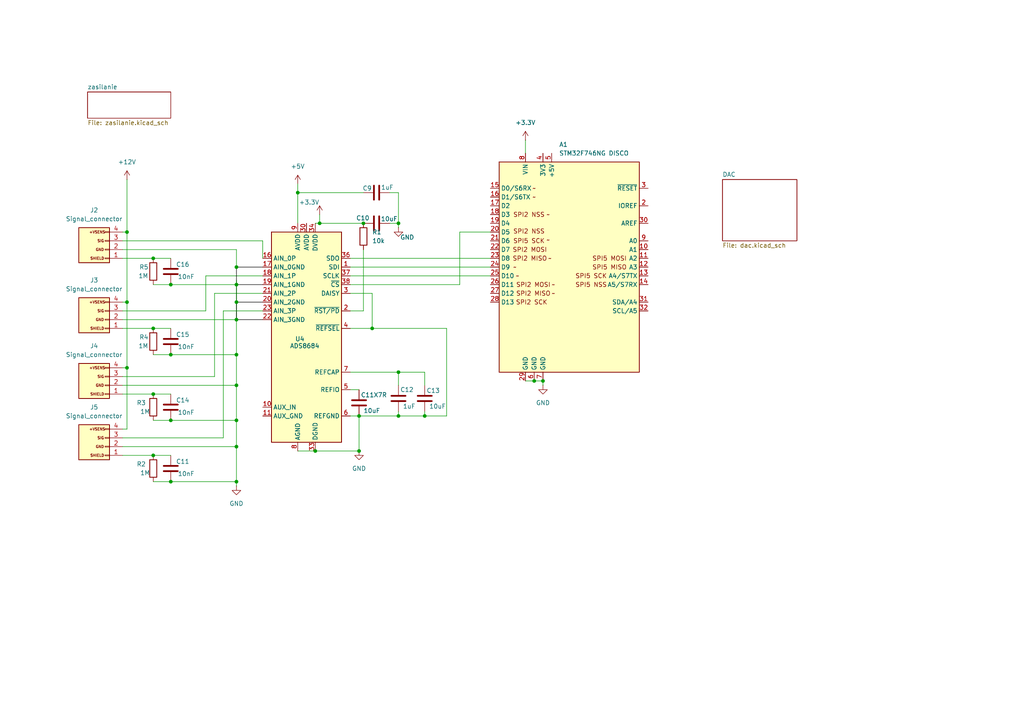
<source format=kicad_sch>
(kicad_sch
	(version 20250114)
	(generator "eeschema")
	(generator_version "9.0")
	(uuid "79f65717-d4aa-4d9b-9389-67dd3cbc0c4f")
	(paper "A4")
	(lib_symbols
		(symbol "Analog_ADC:ADS8684"
			(exclude_from_sim no)
			(in_bom yes)
			(on_board yes)
			(property "Reference" "U"
				(at -8.89 31.75 0)
				(effects
					(font
						(size 1.27 1.27)
					)
				)
			)
			(property "Value" "ADS8684"
				(at 8.89 31.75 0)
				(effects
					(font
						(size 1.27 1.27)
					)
				)
			)
			(property "Footprint" "Package_SO:TSSOP-38_4.4x9.7mm_P0.5mm"
				(at 0 0 0)
				(effects
					(font
						(size 1.27 1.27)
					)
					(hide yes)
				)
			)
			(property "Datasheet" "http://www.ti.com/lit/ds/symlink/ads8688.pdf"
				(at 24.13 33.02 0)
				(effects
					(font
						(size 1.27 1.27)
					)
					(hide yes)
				)
			)
			(property "Description" "16-Bit, 500-kSPS, 4-Channels, Single-Supply, SAR ADC with Bipolar Input Range, TSSOP-38"
				(at 0 0 0)
				(effects
					(font
						(size 1.27 1.27)
					)
					(hide yes)
				)
			)
			(property "ki_keywords" "adc analog digital spi bipolar input"
				(at 0 0 0)
				(effects
					(font
						(size 1.27 1.27)
					)
					(hide yes)
				)
			)
			(property "ki_fp_filters" "TSSOP*4.4x9.7mm*P0.5mm*"
				(at 0 0 0)
				(effects
					(font
						(size 1.27 1.27)
					)
					(hide yes)
				)
			)
			(symbol "ADS8684_0_1"
				(rectangle
					(start -10.16 30.48)
					(end 10.16 -30.48)
					(stroke
						(width 0.254)
						(type default)
					)
					(fill
						(type background)
					)
				)
			)
			(symbol "ADS8684_1_1"
				(pin input line
					(at -12.7 22.86 0)
					(length 2.54)
					(name "AIN_0P"
						(effects
							(font
								(size 1.27 1.27)
							)
						)
					)
					(number "16"
						(effects
							(font
								(size 1.27 1.27)
							)
						)
					)
				)
				(pin input line
					(at -12.7 20.32 0)
					(length 2.54)
					(name "AIN_0GND"
						(effects
							(font
								(size 1.27 1.27)
							)
						)
					)
					(number "17"
						(effects
							(font
								(size 1.27 1.27)
							)
						)
					)
				)
				(pin input line
					(at -12.7 17.78 0)
					(length 2.54)
					(name "AIN_1P"
						(effects
							(font
								(size 1.27 1.27)
							)
						)
					)
					(number "18"
						(effects
							(font
								(size 1.27 1.27)
							)
						)
					)
				)
				(pin input line
					(at -12.7 15.24 0)
					(length 2.54)
					(name "AIN_1GND"
						(effects
							(font
								(size 1.27 1.27)
							)
						)
					)
					(number "19"
						(effects
							(font
								(size 1.27 1.27)
							)
						)
					)
				)
				(pin input line
					(at -12.7 12.7 0)
					(length 2.54)
					(name "AIN_2P"
						(effects
							(font
								(size 1.27 1.27)
							)
						)
					)
					(number "21"
						(effects
							(font
								(size 1.27 1.27)
							)
						)
					)
				)
				(pin input line
					(at -12.7 10.16 0)
					(length 2.54)
					(name "AIN_2GND"
						(effects
							(font
								(size 1.27 1.27)
							)
						)
					)
					(number "20"
						(effects
							(font
								(size 1.27 1.27)
							)
						)
					)
				)
				(pin input line
					(at -12.7 7.62 0)
					(length 2.54)
					(name "AIN_3P"
						(effects
							(font
								(size 1.27 1.27)
							)
						)
					)
					(number "23"
						(effects
							(font
								(size 1.27 1.27)
							)
						)
					)
				)
				(pin input line
					(at -12.7 5.08 0)
					(length 2.54)
					(name "AIN_3GND"
						(effects
							(font
								(size 1.27 1.27)
							)
						)
					)
					(number "22"
						(effects
							(font
								(size 1.27 1.27)
							)
						)
					)
				)
				(pin input line
					(at -12.7 -20.32 0)
					(length 2.54)
					(name "AUX_IN"
						(effects
							(font
								(size 1.27 1.27)
							)
						)
					)
					(number "10"
						(effects
							(font
								(size 1.27 1.27)
							)
						)
					)
				)
				(pin input line
					(at -12.7 -22.86 0)
					(length 2.54)
					(name "AUX_GND"
						(effects
							(font
								(size 1.27 1.27)
							)
						)
					)
					(number "11"
						(effects
							(font
								(size 1.27 1.27)
							)
						)
					)
				)
				(pin no_connect line
					(at -10.16 2.54 0)
					(length 2.54)
					(hide yes)
					(name "NC"
						(effects
							(font
								(size 1.27 1.27)
							)
						)
					)
					(number "25"
						(effects
							(font
								(size 1.27 1.27)
							)
						)
					)
				)
				(pin no_connect line
					(at -10.16 0 0)
					(length 2.54)
					(hide yes)
					(name "NC"
						(effects
							(font
								(size 1.27 1.27)
							)
						)
					)
					(number "24"
						(effects
							(font
								(size 1.27 1.27)
							)
						)
					)
				)
				(pin no_connect line
					(at -10.16 -2.54 0)
					(length 2.54)
					(hide yes)
					(name "NC"
						(effects
							(font
								(size 1.27 1.27)
							)
						)
					)
					(number "27"
						(effects
							(font
								(size 1.27 1.27)
							)
						)
					)
				)
				(pin no_connect line
					(at -10.16 -5.08 0)
					(length 2.54)
					(hide yes)
					(name "NC"
						(effects
							(font
								(size 1.27 1.27)
							)
						)
					)
					(number "26"
						(effects
							(font
								(size 1.27 1.27)
							)
						)
					)
				)
				(pin no_connect line
					(at -10.16 -7.62 0)
					(length 2.54)
					(hide yes)
					(name "NC"
						(effects
							(font
								(size 1.27 1.27)
							)
						)
					)
					(number "12"
						(effects
							(font
								(size 1.27 1.27)
							)
						)
					)
				)
				(pin no_connect line
					(at -10.16 -10.16 0)
					(length 2.54)
					(hide yes)
					(name "NC"
						(effects
							(font
								(size 1.27 1.27)
							)
						)
					)
					(number "13"
						(effects
							(font
								(size 1.27 1.27)
							)
						)
					)
				)
				(pin no_connect line
					(at -10.16 -12.7 0)
					(length 2.54)
					(hide yes)
					(name "NC"
						(effects
							(font
								(size 1.27 1.27)
							)
						)
					)
					(number "14"
						(effects
							(font
								(size 1.27 1.27)
							)
						)
					)
				)
				(pin no_connect line
					(at -10.16 -15.24 0)
					(length 2.54)
					(hide yes)
					(name "NC"
						(effects
							(font
								(size 1.27 1.27)
							)
						)
					)
					(number "15"
						(effects
							(font
								(size 1.27 1.27)
							)
						)
					)
				)
				(pin power_in line
					(at -2.54 33.02 270)
					(length 2.54)
					(name "AVDD"
						(effects
							(font
								(size 1.27 1.27)
							)
						)
					)
					(number "9"
						(effects
							(font
								(size 1.27 1.27)
							)
						)
					)
				)
				(pin passive line
					(at -2.54 -33.02 90)
					(length 2.54)
					(hide yes)
					(name "AGND"
						(effects
							(font
								(size 1.27 1.27)
							)
						)
					)
					(number "28"
						(effects
							(font
								(size 1.27 1.27)
							)
						)
					)
				)
				(pin passive line
					(at -2.54 -33.02 90)
					(length 2.54)
					(hide yes)
					(name "AGND"
						(effects
							(font
								(size 1.27 1.27)
							)
						)
					)
					(number "29"
						(effects
							(font
								(size 1.27 1.27)
							)
						)
					)
				)
				(pin passive line
					(at -2.54 -33.02 90)
					(length 2.54)
					(hide yes)
					(name "AGND"
						(effects
							(font
								(size 1.27 1.27)
							)
						)
					)
					(number "31"
						(effects
							(font
								(size 1.27 1.27)
							)
						)
					)
				)
				(pin passive line
					(at -2.54 -33.02 90)
					(length 2.54)
					(hide yes)
					(name "AGND"
						(effects
							(font
								(size 1.27 1.27)
							)
						)
					)
					(number "32"
						(effects
							(font
								(size 1.27 1.27)
							)
						)
					)
				)
				(pin power_in line
					(at -2.54 -33.02 90)
					(length 2.54)
					(name "AGND"
						(effects
							(font
								(size 1.27 1.27)
							)
						)
					)
					(number "8"
						(effects
							(font
								(size 1.27 1.27)
							)
						)
					)
				)
				(pin power_in line
					(at 0 33.02 270)
					(length 2.54)
					(name "AVDD"
						(effects
							(font
								(size 1.27 1.27)
							)
						)
					)
					(number "30"
						(effects
							(font
								(size 1.27 1.27)
							)
						)
					)
				)
				(pin power_in line
					(at 2.54 33.02 270)
					(length 2.54)
					(name "DVDD"
						(effects
							(font
								(size 1.27 1.27)
							)
						)
					)
					(number "34"
						(effects
							(font
								(size 1.27 1.27)
							)
						)
					)
				)
				(pin power_in line
					(at 2.54 -33.02 90)
					(length 2.54)
					(name "DGND"
						(effects
							(font
								(size 1.27 1.27)
							)
						)
					)
					(number "33"
						(effects
							(font
								(size 1.27 1.27)
							)
						)
					)
				)
				(pin no_connect line
					(at 10.16 -5.08 180)
					(length 2.54)
					(hide yes)
					(name "DNC"
						(effects
							(font
								(size 1.27 1.27)
							)
						)
					)
					(number "35"
						(effects
							(font
								(size 1.27 1.27)
							)
						)
					)
				)
				(pin output line
					(at 12.7 22.86 180)
					(length 2.54)
					(name "SDO"
						(effects
							(font
								(size 1.27 1.27)
							)
						)
					)
					(number "36"
						(effects
							(font
								(size 1.27 1.27)
							)
						)
					)
				)
				(pin input line
					(at 12.7 20.32 180)
					(length 2.54)
					(name "SDI"
						(effects
							(font
								(size 1.27 1.27)
							)
						)
					)
					(number "1"
						(effects
							(font
								(size 1.27 1.27)
							)
						)
					)
				)
				(pin input line
					(at 12.7 17.78 180)
					(length 2.54)
					(name "SCLK"
						(effects
							(font
								(size 1.27 1.27)
							)
						)
					)
					(number "37"
						(effects
							(font
								(size 1.27 1.27)
							)
						)
					)
				)
				(pin input line
					(at 12.7 15.24 180)
					(length 2.54)
					(name "~{CS}"
						(effects
							(font
								(size 1.27 1.27)
							)
						)
					)
					(number "38"
						(effects
							(font
								(size 1.27 1.27)
							)
						)
					)
				)
				(pin input line
					(at 12.7 12.7 180)
					(length 2.54)
					(name "DAISY"
						(effects
							(font
								(size 1.27 1.27)
							)
						)
					)
					(number "3"
						(effects
							(font
								(size 1.27 1.27)
							)
						)
					)
				)
				(pin input line
					(at 12.7 7.62 180)
					(length 2.54)
					(name "~{RST/PD}"
						(effects
							(font
								(size 1.27 1.27)
							)
						)
					)
					(number "2"
						(effects
							(font
								(size 1.27 1.27)
							)
						)
					)
				)
				(pin input line
					(at 12.7 2.54 180)
					(length 2.54)
					(name "~{REFSEL}"
						(effects
							(font
								(size 1.27 1.27)
							)
						)
					)
					(number "4"
						(effects
							(font
								(size 1.27 1.27)
							)
						)
					)
				)
				(pin passive line
					(at 12.7 -10.16 180)
					(length 2.54)
					(name "REFCAP"
						(effects
							(font
								(size 1.27 1.27)
							)
						)
					)
					(number "7"
						(effects
							(font
								(size 1.27 1.27)
							)
						)
					)
				)
				(pin passive line
					(at 12.7 -15.24 180)
					(length 2.54)
					(name "REFIO"
						(effects
							(font
								(size 1.27 1.27)
							)
						)
					)
					(number "5"
						(effects
							(font
								(size 1.27 1.27)
							)
						)
					)
				)
				(pin power_in line
					(at 12.7 -22.86 180)
					(length 2.54)
					(name "REFGND"
						(effects
							(font
								(size 1.27 1.27)
							)
						)
					)
					(number "6"
						(effects
							(font
								(size 1.27 1.27)
							)
						)
					)
				)
			)
			(embedded_fonts no)
		)
		(symbol "Conn_01x04_1"
			(pin_names
				(offset 1.016)
				(hide yes)
			)
			(exclude_from_sim no)
			(in_bom yes)
			(on_board yes)
			(property "Reference" "J2"
				(at 8.128 0 0)
				(effects
					(font
						(size 1.27 1.27)
					)
					(justify left)
				)
			)
			(property "Value" "Conn_01x04"
				(at 7.874 -2.54 0)
				(effects
					(font
						(size 1.27 1.27)
					)
					(justify left)
				)
			)
			(property "Footprint" ""
				(at 0 0 0)
				(effects
					(font
						(size 1.27 1.27)
					)
					(hide yes)
				)
			)
			(property "Datasheet" "~"
				(at 0 0 0)
				(effects
					(font
						(size 1.27 1.27)
					)
					(hide yes)
				)
			)
			(property "Description" "Generic connector, single row, 01x04, script generated (kicad-library-utils/schlib/autogen/connector/)"
				(at 0.508 7.112 0)
				(effects
					(font
						(size 1.27 1.27)
					)
					(hide yes)
				)
			)
			(property "ki_keywords" "connector"
				(at 0 0 0)
				(effects
					(font
						(size 1.27 1.27)
					)
					(hide yes)
				)
			)
			(property "ki_fp_filters" "Connector*:*_1x??_*"
				(at 0 0 0)
				(effects
					(font
						(size 1.27 1.27)
					)
					(hide yes)
				)
			)
			(symbol "Conn_01x04_1_1_1"
				(rectangle
					(start -1.27 3.81)
					(end 7.62 -6.35)
					(stroke
						(width 0.254)
						(type default)
					)
					(fill
						(type background)
					)
				)
				(rectangle
					(start -1.27 2.667)
					(end 0 2.413)
					(stroke
						(width 0.1524)
						(type default)
					)
					(fill
						(type none)
					)
				)
				(rectangle
					(start -1.27 0.127)
					(end 0 -0.127)
					(stroke
						(width 0.1524)
						(type default)
					)
					(fill
						(type none)
					)
				)
				(rectangle
					(start -1.27 -2.413)
					(end 0 -2.667)
					(stroke
						(width 0.1524)
						(type default)
					)
					(fill
						(type none)
					)
				)
				(rectangle
					(start -1.27 -4.953)
					(end 0 -5.207)
					(stroke
						(width 0.1524)
						(type default)
					)
					(fill
						(type none)
					)
				)
				(text "SIG"
					(at 1.27 -2.54 0)
					(effects
						(font
							(size 0.762 0.762)
						)
					)
				)
				(text "GND\n"
					(at 1.524 0 0)
					(effects
						(font
							(size 0.762 0.762)
						)
					)
				)
				(text "SHIELD\n"
					(at 2.286 2.54 0)
					(effects
						(font
							(size 0.762 0.762)
						)
					)
				)
				(text "+VSENS"
					(at 2.286 -5.08 0)
					(effects
						(font
							(size 0.762 0.762)
						)
					)
				)
				(pin passive line
					(at -5.08 2.54 0)
					(length 3.81)
					(name "SHIELD"
						(effects
							(font
								(size 1.27 1.27)
							)
						)
					)
					(number "1"
						(effects
							(font
								(size 1.27 1.27)
							)
						)
					)
				)
				(pin passive line
					(at -5.08 0 0)
					(length 3.81)
					(name "GND"
						(effects
							(font
								(size 1.27 1.27)
							)
						)
					)
					(number "2"
						(effects
							(font
								(size 1.27 1.27)
							)
						)
					)
				)
				(pin passive line
					(at -5.08 -2.54 0)
					(length 3.81)
					(name "SIG"
						(effects
							(font
								(size 1.27 1.27)
							)
						)
					)
					(number "3"
						(effects
							(font
								(size 1.27 1.27)
							)
						)
					)
				)
				(pin passive line
					(at -5.08 -5.08 0)
					(length 3.81)
					(name "+VSENS"
						(effects
							(font
								(size 1.27 1.27)
							)
						)
					)
					(number "4"
						(effects
							(font
								(size 1.27 1.27)
							)
						)
					)
				)
			)
			(embedded_fonts no)
		)
		(symbol "Device:C"
			(pin_numbers
				(hide yes)
			)
			(pin_names
				(offset 0.254)
			)
			(exclude_from_sim no)
			(in_bom yes)
			(on_board yes)
			(property "Reference" "C"
				(at 0.635 2.54 0)
				(effects
					(font
						(size 1.27 1.27)
					)
					(justify left)
				)
			)
			(property "Value" "C"
				(at 0.635 -2.54 0)
				(effects
					(font
						(size 1.27 1.27)
					)
					(justify left)
				)
			)
			(property "Footprint" ""
				(at 0.9652 -3.81 0)
				(effects
					(font
						(size 1.27 1.27)
					)
					(hide yes)
				)
			)
			(property "Datasheet" "~"
				(at 0 0 0)
				(effects
					(font
						(size 1.27 1.27)
					)
					(hide yes)
				)
			)
			(property "Description" "Unpolarized capacitor"
				(at 0 0 0)
				(effects
					(font
						(size 1.27 1.27)
					)
					(hide yes)
				)
			)
			(property "ki_keywords" "cap capacitor"
				(at 0 0 0)
				(effects
					(font
						(size 1.27 1.27)
					)
					(hide yes)
				)
			)
			(property "ki_fp_filters" "C_*"
				(at 0 0 0)
				(effects
					(font
						(size 1.27 1.27)
					)
					(hide yes)
				)
			)
			(symbol "C_0_1"
				(polyline
					(pts
						(xy -2.032 0.762) (xy 2.032 0.762)
					)
					(stroke
						(width 0.508)
						(type default)
					)
					(fill
						(type none)
					)
				)
				(polyline
					(pts
						(xy -2.032 -0.762) (xy 2.032 -0.762)
					)
					(stroke
						(width 0.508)
						(type default)
					)
					(fill
						(type none)
					)
				)
			)
			(symbol "C_1_1"
				(pin passive line
					(at 0 3.81 270)
					(length 2.794)
					(name "~"
						(effects
							(font
								(size 1.27 1.27)
							)
						)
					)
					(number "1"
						(effects
							(font
								(size 1.27 1.27)
							)
						)
					)
				)
				(pin passive line
					(at 0 -3.81 90)
					(length 2.794)
					(name "~"
						(effects
							(font
								(size 1.27 1.27)
							)
						)
					)
					(number "2"
						(effects
							(font
								(size 1.27 1.27)
							)
						)
					)
				)
			)
			(embedded_fonts no)
		)
		(symbol "Device:R"
			(pin_numbers
				(hide yes)
			)
			(pin_names
				(offset 0)
			)
			(exclude_from_sim no)
			(in_bom yes)
			(on_board yes)
			(property "Reference" "R"
				(at 2.032 0 90)
				(effects
					(font
						(size 1.27 1.27)
					)
				)
			)
			(property "Value" "R"
				(at 0 0 90)
				(effects
					(font
						(size 1.27 1.27)
					)
				)
			)
			(property "Footprint" ""
				(at -1.778 0 90)
				(effects
					(font
						(size 1.27 1.27)
					)
					(hide yes)
				)
			)
			(property "Datasheet" "~"
				(at 0 0 0)
				(effects
					(font
						(size 1.27 1.27)
					)
					(hide yes)
				)
			)
			(property "Description" "Resistor"
				(at 0 0 0)
				(effects
					(font
						(size 1.27 1.27)
					)
					(hide yes)
				)
			)
			(property "ki_keywords" "R res resistor"
				(at 0 0 0)
				(effects
					(font
						(size 1.27 1.27)
					)
					(hide yes)
				)
			)
			(property "ki_fp_filters" "R_*"
				(at 0 0 0)
				(effects
					(font
						(size 1.27 1.27)
					)
					(hide yes)
				)
			)
			(symbol "R_0_1"
				(rectangle
					(start -1.016 -2.54)
					(end 1.016 2.54)
					(stroke
						(width 0.254)
						(type default)
					)
					(fill
						(type none)
					)
				)
			)
			(symbol "R_1_1"
				(pin passive line
					(at 0 3.81 270)
					(length 1.27)
					(name "~"
						(effects
							(font
								(size 1.27 1.27)
							)
						)
					)
					(number "1"
						(effects
							(font
								(size 1.27 1.27)
							)
						)
					)
				)
				(pin passive line
					(at 0 -3.81 90)
					(length 1.27)
					(name "~"
						(effects
							(font
								(size 1.27 1.27)
							)
						)
					)
					(number "2"
						(effects
							(font
								(size 1.27 1.27)
							)
						)
					)
				)
			)
			(embedded_fonts no)
		)
		(symbol "MCU_Module:Arduino_UNO_R3"
			(exclude_from_sim no)
			(in_bom yes)
			(on_board yes)
			(property "Reference" "A1"
				(at 7.2233 27.94 0)
				(effects
					(font
						(size 1.27 1.27)
					)
					(justify left)
				)
			)
			(property "Value" "STM32F746NG DISCO"
				(at 7.2233 25.4 0)
				(effects
					(font
						(size 1.27 1.27)
					)
					(justify left)
				)
			)
			(property "Footprint" "Module:Arduino_UNO_R3"
				(at -29.464 25.146 0)
				(effects
					(font
						(size 1.27 1.27)
						(italic yes)
					)
					(hide yes)
				)
			)
			(property "Datasheet" "https://www.arduino.cc/en/Main/arduinoBoardUno"
				(at -31.242 26.924 0)
				(effects
					(font
						(size 1.27 1.27)
					)
					(hide yes)
				)
			)
			(property "Description" "Arduino UNO Microcontroller Module, release 3"
				(at -26.416 28.956 0)
				(effects
					(font
						(size 1.27 1.27)
					)
					(hide yes)
				)
			)
			(property "ki_keywords" "Arduino UNO R3 Microcontroller Module Atmel AVR USB"
				(at 0 0 0)
				(effects
					(font
						(size 1.27 1.27)
					)
					(hide yes)
				)
			)
			(property "ki_fp_filters" "Arduino*UNO*R3*"
				(at 0 0 0)
				(effects
					(font
						(size 1.27 1.27)
					)
					(hide yes)
				)
			)
			(symbol "Arduino_UNO_R3_0_1"
				(rectangle
					(start -10.16 22.86)
					(end 30.48 -38.1)
					(stroke
						(width 0.254)
						(type default)
					)
					(fill
						(type background)
					)
				)
			)
			(symbol "Arduino_UNO_R3_1_1"
				(text "~\n"
					(at -5.588 -7.62 0)
					(effects
						(font
							(size 1.27 1.27)
						)
					)
				)
				(text "~\n"
					(at -4.826 -10.16 0)
					(effects
						(font
							(size 1.27 1.27)
						)
					)
				)
				(text "SPI2 NSS\n"
					(at -1.524 7.62 0)
					(effects
						(font
							(size 1.27 1.27)
						)
					)
				)
				(text "SPI2 NSS\n"
					(at -1.524 2.794 0)
					(effects
						(font
							(size 1.27 1.27)
						)
					)
				)
				(text "SPI5 SCK\n"
					(at -1.524 0 0)
					(effects
						(font
							(size 1.27 1.27)
						)
					)
				)
				(text "SPI2 MOSI"
					(at -1.27 -2.54 0)
					(effects
						(font
							(size 1.27 1.27)
						)
					)
				)
				(text "SPI2 MISO\n"
					(at -1.27 -5.08 0)
					(effects
						(font
							(size 1.27 1.27)
						)
					)
				)
				(text "SPI2 MOSI"
					(at -0.254 -12.7 0)
					(effects
						(font
							(size 1.27 1.27)
						)
					)
				)
				(text "SPI2 MISO\n"
					(at -0.254 -15.24 0)
					(effects
						(font
							(size 1.27 1.27)
						)
					)
				)
				(text "SPI2 SCK \n"
					(at -0.254 -17.78 0)
					(effects
						(font
							(size 1.27 1.27)
						)
					)
				)
				(text "~\n"
					(at 0 15.24 0)
					(effects
						(font
							(size 1.27 1.27)
						)
					)
				)
				(text "~\n"
					(at 0 12.7 0)
					(effects
						(font
							(size 1.27 1.27)
						)
					)
				)
				(text "~\n"
					(at 4.064 7.62 0)
					(effects
						(font
							(size 1.27 1.27)
						)
					)
				)
				(text "~\n"
					(at 4.064 0.254 0)
					(effects
						(font
							(size 1.27 1.27)
						)
					)
				)
				(text "~\n"
					(at 4.572 -5.08 0)
					(effects
						(font
							(size 1.27 1.27)
						)
					)
				)
				(text "~\n"
					(at 5.588 -12.7 0)
					(effects
						(font
							(size 1.27 1.27)
						)
					)
				)
				(text "~\n"
					(at 5.588 -15.24 0)
					(effects
						(font
							(size 1.27 1.27)
						)
					)
				)
				(text "SPI5 SCK\n"
					(at 16.51 -10.16 0)
					(effects
						(font
							(size 1.27 1.27)
						)
					)
				)
				(text "SPI5 NSS\n"
					(at 16.51 -12.7 0)
					(effects
						(font
							(size 1.27 1.27)
						)
					)
				)
				(text "SPI5 MOSI"
					(at 21.844 -5.08 0)
					(effects
						(font
							(size 1.27 1.27)
						)
					)
				)
				(text "SPI5 MISO\n"
					(at 21.844 -7.62 0)
					(effects
						(font
							(size 1.27 1.27)
						)
					)
				)
				(pin bidirectional line
					(at -12.7 15.24 0)
					(length 2.54)
					(name "D0/S6RX"
						(effects
							(font
								(size 1.27 1.27)
							)
						)
					)
					(number "15"
						(effects
							(font
								(size 1.27 1.27)
							)
						)
					)
				)
				(pin bidirectional line
					(at -12.7 12.7 0)
					(length 2.54)
					(name "D1/S6TX"
						(effects
							(font
								(size 1.27 1.27)
							)
						)
					)
					(number "16"
						(effects
							(font
								(size 1.27 1.27)
							)
						)
					)
				)
				(pin bidirectional line
					(at -12.7 10.16 0)
					(length 2.54)
					(name "D2"
						(effects
							(font
								(size 1.27 1.27)
							)
						)
					)
					(number "17"
						(effects
							(font
								(size 1.27 1.27)
							)
						)
					)
				)
				(pin bidirectional line
					(at -12.7 7.62 0)
					(length 2.54)
					(name "D3"
						(effects
							(font
								(size 1.27 1.27)
							)
						)
					)
					(number "18"
						(effects
							(font
								(size 1.27 1.27)
							)
						)
					)
				)
				(pin bidirectional line
					(at -12.7 5.08 0)
					(length 2.54)
					(name "D4"
						(effects
							(font
								(size 1.27 1.27)
							)
						)
					)
					(number "19"
						(effects
							(font
								(size 1.27 1.27)
							)
						)
					)
				)
				(pin bidirectional line
					(at -12.7 2.54 0)
					(length 2.54)
					(name "D5"
						(effects
							(font
								(size 1.27 1.27)
							)
						)
					)
					(number "20"
						(effects
							(font
								(size 1.27 1.27)
							)
						)
					)
				)
				(pin bidirectional line
					(at -12.7 0 0)
					(length 2.54)
					(name "D6"
						(effects
							(font
								(size 1.27 1.27)
							)
						)
					)
					(number "21"
						(effects
							(font
								(size 1.27 1.27)
							)
						)
					)
				)
				(pin bidirectional line
					(at -12.7 -2.54 0)
					(length 2.54)
					(name "D7"
						(effects
							(font
								(size 1.27 1.27)
							)
						)
					)
					(number "22"
						(effects
							(font
								(size 1.27 1.27)
							)
						)
					)
				)
				(pin bidirectional line
					(at -12.7 -5.08 0)
					(length 2.54)
					(name "D8"
						(effects
							(font
								(size 1.27 1.27)
							)
						)
					)
					(number "23"
						(effects
							(font
								(size 1.27 1.27)
							)
						)
					)
				)
				(pin bidirectional line
					(at -12.7 -7.62 0)
					(length 2.54)
					(name "D9"
						(effects
							(font
								(size 1.27 1.27)
							)
						)
					)
					(number "24"
						(effects
							(font
								(size 1.27 1.27)
							)
						)
					)
				)
				(pin bidirectional line
					(at -12.7 -10.16 0)
					(length 2.54)
					(name "D10"
						(effects
							(font
								(size 1.27 1.27)
							)
						)
					)
					(number "25"
						(effects
							(font
								(size 1.27 1.27)
							)
						)
					)
				)
				(pin bidirectional line
					(at -12.7 -12.7 0)
					(length 2.54)
					(name "D11"
						(effects
							(font
								(size 1.27 1.27)
							)
						)
					)
					(number "26"
						(effects
							(font
								(size 1.27 1.27)
							)
						)
					)
				)
				(pin bidirectional line
					(at -12.7 -15.24 0)
					(length 2.54)
					(name "D12"
						(effects
							(font
								(size 1.27 1.27)
							)
						)
					)
					(number "27"
						(effects
							(font
								(size 1.27 1.27)
							)
						)
					)
				)
				(pin bidirectional line
					(at -12.7 -17.78 0)
					(length 2.54)
					(name "D13"
						(effects
							(font
								(size 1.27 1.27)
							)
						)
					)
					(number "28"
						(effects
							(font
								(size 1.27 1.27)
							)
						)
					)
				)
				(pin no_connect line
					(at -10.16 -20.32 0)
					(length 2.54)
					(hide yes)
					(name "NC"
						(effects
							(font
								(size 1.27 1.27)
							)
						)
					)
					(number "1"
						(effects
							(font
								(size 1.27 1.27)
							)
						)
					)
				)
				(pin power_in line
					(at -2.54 25.4 270)
					(length 2.54)
					(name "VIN"
						(effects
							(font
								(size 1.27 1.27)
							)
						)
					)
					(number "8"
						(effects
							(font
								(size 1.27 1.27)
							)
						)
					)
				)
				(pin power_in line
					(at -2.54 -40.64 90)
					(length 2.54)
					(name "GND"
						(effects
							(font
								(size 1.27 1.27)
							)
						)
					)
					(number "29"
						(effects
							(font
								(size 1.27 1.27)
							)
						)
					)
				)
				(pin power_in line
					(at 0 -40.64 90)
					(length 2.54)
					(name "GND"
						(effects
							(font
								(size 1.27 1.27)
							)
						)
					)
					(number "6"
						(effects
							(font
								(size 1.27 1.27)
							)
						)
					)
				)
				(pin power_out line
					(at 2.54 25.4 270)
					(length 2.54)
					(name "3V3"
						(effects
							(font
								(size 1.27 1.27)
							)
						)
					)
					(number "4"
						(effects
							(font
								(size 1.27 1.27)
							)
						)
					)
				)
				(pin power_in line
					(at 2.54 -40.64 90)
					(length 2.54)
					(name "GND"
						(effects
							(font
								(size 1.27 1.27)
							)
						)
					)
					(number "7"
						(effects
							(font
								(size 1.27 1.27)
							)
						)
					)
				)
				(pin power_out line
					(at 5.08 25.4 270)
					(length 2.54)
					(name "+5V"
						(effects
							(font
								(size 1.27 1.27)
							)
						)
					)
					(number "5"
						(effects
							(font
								(size 1.27 1.27)
							)
						)
					)
				)
				(pin input line
					(at 33.02 15.24 180)
					(length 2.54)
					(name "~{RESET}"
						(effects
							(font
								(size 1.27 1.27)
							)
						)
					)
					(number "3"
						(effects
							(font
								(size 1.27 1.27)
							)
						)
					)
				)
				(pin output line
					(at 33.02 10.16 180)
					(length 2.54)
					(name "IOREF"
						(effects
							(font
								(size 1.27 1.27)
							)
						)
					)
					(number "2"
						(effects
							(font
								(size 1.27 1.27)
							)
						)
					)
				)
				(pin input line
					(at 33.02 5.08 180)
					(length 2.54)
					(name "AREF"
						(effects
							(font
								(size 1.27 1.27)
							)
						)
					)
					(number "30"
						(effects
							(font
								(size 1.27 1.27)
							)
						)
					)
				)
				(pin bidirectional line
					(at 33.02 0 180)
					(length 2.54)
					(name "A0"
						(effects
							(font
								(size 1.27 1.27)
							)
						)
					)
					(number "9"
						(effects
							(font
								(size 1.27 1.27)
							)
						)
					)
				)
				(pin bidirectional line
					(at 33.02 -2.54 180)
					(length 2.54)
					(name "A1"
						(effects
							(font
								(size 1.27 1.27)
							)
						)
					)
					(number "10"
						(effects
							(font
								(size 1.27 1.27)
							)
						)
					)
				)
				(pin bidirectional line
					(at 33.02 -5.08 180)
					(length 2.54)
					(name "A2"
						(effects
							(font
								(size 1.27 1.27)
							)
						)
					)
					(number "11"
						(effects
							(font
								(size 1.27 1.27)
							)
						)
					)
				)
				(pin bidirectional line
					(at 33.02 -7.62 180)
					(length 2.54)
					(name "A3"
						(effects
							(font
								(size 1.27 1.27)
							)
						)
					)
					(number "12"
						(effects
							(font
								(size 1.27 1.27)
							)
						)
					)
				)
				(pin bidirectional line
					(at 33.02 -10.16 180)
					(length 2.54)
					(name "A4/S7TX"
						(effects
							(font
								(size 1.27 1.27)
							)
						)
					)
					(number "13"
						(effects
							(font
								(size 1.27 1.27)
							)
						)
					)
				)
				(pin bidirectional line
					(at 33.02 -12.7 180)
					(length 2.54)
					(name "A5/S7RX"
						(effects
							(font
								(size 1.27 1.27)
							)
						)
					)
					(number "14"
						(effects
							(font
								(size 1.27 1.27)
							)
						)
					)
				)
				(pin bidirectional line
					(at 33.02 -17.78 180)
					(length 2.54)
					(name "SDA/A4"
						(effects
							(font
								(size 1.27 1.27)
							)
						)
					)
					(number "31"
						(effects
							(font
								(size 1.27 1.27)
							)
						)
					)
				)
				(pin bidirectional line
					(at 33.02 -20.32 180)
					(length 2.54)
					(name "SCL/A5"
						(effects
							(font
								(size 1.27 1.27)
							)
						)
					)
					(number "32"
						(effects
							(font
								(size 1.27 1.27)
							)
						)
					)
				)
			)
			(embedded_fonts no)
		)
		(symbol "power:+12V"
			(power)
			(pin_numbers
				(hide yes)
			)
			(pin_names
				(offset 0)
				(hide yes)
			)
			(exclude_from_sim no)
			(in_bom yes)
			(on_board yes)
			(property "Reference" "#PWR"
				(at 0 -3.81 0)
				(effects
					(font
						(size 1.27 1.27)
					)
					(hide yes)
				)
			)
			(property "Value" "+12V"
				(at 0 3.556 0)
				(effects
					(font
						(size 1.27 1.27)
					)
				)
			)
			(property "Footprint" ""
				(at 0 0 0)
				(effects
					(font
						(size 1.27 1.27)
					)
					(hide yes)
				)
			)
			(property "Datasheet" ""
				(at 0 0 0)
				(effects
					(font
						(size 1.27 1.27)
					)
					(hide yes)
				)
			)
			(property "Description" "Power symbol creates a global label with name \"+12V\""
				(at 0 0 0)
				(effects
					(font
						(size 1.27 1.27)
					)
					(hide yes)
				)
			)
			(property "ki_keywords" "global power"
				(at 0 0 0)
				(effects
					(font
						(size 1.27 1.27)
					)
					(hide yes)
				)
			)
			(symbol "+12V_0_1"
				(polyline
					(pts
						(xy -0.762 1.27) (xy 0 2.54)
					)
					(stroke
						(width 0)
						(type default)
					)
					(fill
						(type none)
					)
				)
				(polyline
					(pts
						(xy 0 2.54) (xy 0.762 1.27)
					)
					(stroke
						(width 0)
						(type default)
					)
					(fill
						(type none)
					)
				)
				(polyline
					(pts
						(xy 0 0) (xy 0 2.54)
					)
					(stroke
						(width 0)
						(type default)
					)
					(fill
						(type none)
					)
				)
			)
			(symbol "+12V_1_1"
				(pin power_in line
					(at 0 0 90)
					(length 0)
					(name "~"
						(effects
							(font
								(size 1.27 1.27)
							)
						)
					)
					(number "1"
						(effects
							(font
								(size 1.27 1.27)
							)
						)
					)
				)
			)
			(embedded_fonts no)
		)
		(symbol "power:+3.3V"
			(power)
			(pin_numbers
				(hide yes)
			)
			(pin_names
				(offset 0)
				(hide yes)
			)
			(exclude_from_sim no)
			(in_bom yes)
			(on_board yes)
			(property "Reference" "#PWR"
				(at 0 -3.81 0)
				(effects
					(font
						(size 1.27 1.27)
					)
					(hide yes)
				)
			)
			(property "Value" "+3.3V"
				(at 0 3.556 0)
				(effects
					(font
						(size 1.27 1.27)
					)
				)
			)
			(property "Footprint" ""
				(at 0 0 0)
				(effects
					(font
						(size 1.27 1.27)
					)
					(hide yes)
				)
			)
			(property "Datasheet" ""
				(at 0 0 0)
				(effects
					(font
						(size 1.27 1.27)
					)
					(hide yes)
				)
			)
			(property "Description" "Power symbol creates a global label with name \"+3.3V\""
				(at 0 0 0)
				(effects
					(font
						(size 1.27 1.27)
					)
					(hide yes)
				)
			)
			(property "ki_keywords" "global power"
				(at 0 0 0)
				(effects
					(font
						(size 1.27 1.27)
					)
					(hide yes)
				)
			)
			(symbol "+3.3V_0_1"
				(polyline
					(pts
						(xy -0.762 1.27) (xy 0 2.54)
					)
					(stroke
						(width 0)
						(type default)
					)
					(fill
						(type none)
					)
				)
				(polyline
					(pts
						(xy 0 2.54) (xy 0.762 1.27)
					)
					(stroke
						(width 0)
						(type default)
					)
					(fill
						(type none)
					)
				)
				(polyline
					(pts
						(xy 0 0) (xy 0 2.54)
					)
					(stroke
						(width 0)
						(type default)
					)
					(fill
						(type none)
					)
				)
			)
			(symbol "+3.3V_1_1"
				(pin power_in line
					(at 0 0 90)
					(length 0)
					(name "~"
						(effects
							(font
								(size 1.27 1.27)
							)
						)
					)
					(number "1"
						(effects
							(font
								(size 1.27 1.27)
							)
						)
					)
				)
			)
			(embedded_fonts no)
		)
		(symbol "power:+5V"
			(power)
			(pin_numbers
				(hide yes)
			)
			(pin_names
				(offset 0)
				(hide yes)
			)
			(exclude_from_sim no)
			(in_bom yes)
			(on_board yes)
			(property "Reference" "#PWR"
				(at 0 -3.81 0)
				(effects
					(font
						(size 1.27 1.27)
					)
					(hide yes)
				)
			)
			(property "Value" "+5V"
				(at 0 3.556 0)
				(effects
					(font
						(size 1.27 1.27)
					)
				)
			)
			(property "Footprint" ""
				(at 0 0 0)
				(effects
					(font
						(size 1.27 1.27)
					)
					(hide yes)
				)
			)
			(property "Datasheet" ""
				(at 0 0 0)
				(effects
					(font
						(size 1.27 1.27)
					)
					(hide yes)
				)
			)
			(property "Description" "Power symbol creates a global label with name \"+5V\""
				(at 0 0 0)
				(effects
					(font
						(size 1.27 1.27)
					)
					(hide yes)
				)
			)
			(property "ki_keywords" "global power"
				(at 0 0 0)
				(effects
					(font
						(size 1.27 1.27)
					)
					(hide yes)
				)
			)
			(symbol "+5V_0_1"
				(polyline
					(pts
						(xy -0.762 1.27) (xy 0 2.54)
					)
					(stroke
						(width 0)
						(type default)
					)
					(fill
						(type none)
					)
				)
				(polyline
					(pts
						(xy 0 2.54) (xy 0.762 1.27)
					)
					(stroke
						(width 0)
						(type default)
					)
					(fill
						(type none)
					)
				)
				(polyline
					(pts
						(xy 0 0) (xy 0 2.54)
					)
					(stroke
						(width 0)
						(type default)
					)
					(fill
						(type none)
					)
				)
			)
			(symbol "+5V_1_1"
				(pin power_in line
					(at 0 0 90)
					(length 0)
					(name "~"
						(effects
							(font
								(size 1.27 1.27)
							)
						)
					)
					(number "1"
						(effects
							(font
								(size 1.27 1.27)
							)
						)
					)
				)
			)
			(embedded_fonts no)
		)
		(symbol "power:GND"
			(power)
			(pin_numbers
				(hide yes)
			)
			(pin_names
				(offset 0)
				(hide yes)
			)
			(exclude_from_sim no)
			(in_bom yes)
			(on_board yes)
			(property "Reference" "#PWR"
				(at 0 -6.35 0)
				(effects
					(font
						(size 1.27 1.27)
					)
					(hide yes)
				)
			)
			(property "Value" "GND"
				(at 0 -3.81 0)
				(effects
					(font
						(size 1.27 1.27)
					)
				)
			)
			(property "Footprint" ""
				(at 0 0 0)
				(effects
					(font
						(size 1.27 1.27)
					)
					(hide yes)
				)
			)
			(property "Datasheet" ""
				(at 0 0 0)
				(effects
					(font
						(size 1.27 1.27)
					)
					(hide yes)
				)
			)
			(property "Description" "Power symbol creates a global label with name \"GND\" , ground"
				(at 0 0 0)
				(effects
					(font
						(size 1.27 1.27)
					)
					(hide yes)
				)
			)
			(property "ki_keywords" "global power"
				(at 0 0 0)
				(effects
					(font
						(size 1.27 1.27)
					)
					(hide yes)
				)
			)
			(symbol "GND_0_1"
				(polyline
					(pts
						(xy 0 0) (xy 0 -1.27) (xy 1.27 -1.27) (xy 0 -2.54) (xy -1.27 -1.27) (xy 0 -1.27)
					)
					(stroke
						(width 0)
						(type default)
					)
					(fill
						(type none)
					)
				)
			)
			(symbol "GND_1_1"
				(pin power_in line
					(at 0 0 270)
					(length 0)
					(name "~"
						(effects
							(font
								(size 1.27 1.27)
							)
						)
					)
					(number "1"
						(effects
							(font
								(size 1.27 1.27)
							)
						)
					)
				)
			)
			(embedded_fonts no)
		)
	)
	(junction
		(at 115.57 107.95)
		(diameter 0)
		(color 0 0 0 0)
		(uuid "0b91fbc7-ab5a-42ce-8463-80052d6168d1")
	)
	(junction
		(at 154.94 110.49)
		(diameter 0)
		(color 0 0 0 0)
		(uuid "0cb3b7fb-ff4d-43af-ab1d-5988ba41de5e")
	)
	(junction
		(at 86.36 55.88)
		(diameter 0)
		(color 0 0 0 0)
		(uuid "110a6ad8-eff8-418e-8458-d559cc5ff350")
	)
	(junction
		(at 49.53 121.92)
		(diameter 0)
		(color 0 0 0 0)
		(uuid "16060ead-cb4b-4444-9f67-45848f75d8e1")
	)
	(junction
		(at 36.83 87.63)
		(diameter 0)
		(color 0 0 0 0)
		(uuid "1c1ace6e-8225-408c-88b3-af3620ce8958")
	)
	(junction
		(at 36.83 106.68)
		(diameter 0)
		(color 0 0 0 0)
		(uuid "301a4643-eb23-4c6a-8cf8-0b70a6270d21")
	)
	(junction
		(at 91.44 130.81)
		(diameter 0)
		(color 0 0 0 0)
		(uuid "31321aef-76d3-41a9-a33c-318c3a280575")
	)
	(junction
		(at 49.53 139.7)
		(diameter 0)
		(color 0 0 0 0)
		(uuid "33ce0cb8-0643-446c-805b-820706607548")
	)
	(junction
		(at 123.19 120.65)
		(diameter 0)
		(color 0 0 0 0)
		(uuid "3f815fbd-20a4-4d8e-a478-9b3cac00d374")
	)
	(junction
		(at 44.45 74.93)
		(diameter 0)
		(color 0 0 0 0)
		(uuid "3fa987b9-2f00-41bc-b45e-ddbcb0b3105a")
	)
	(junction
		(at 44.45 132.08)
		(diameter 0)
		(color 0 0 0 0)
		(uuid "424144e4-5f3c-4f1c-a715-922c14d741d7")
	)
	(junction
		(at 68.58 102.87)
		(diameter 0)
		(color 0 0 0 0)
		(uuid "48a0b0ad-0114-4e8d-b890-6bd799cb5270")
	)
	(junction
		(at 68.58 121.92)
		(diameter 0)
		(color 0 0 0 0)
		(uuid "55c977c0-9aa8-4952-ab10-452b1c412c32")
	)
	(junction
		(at 68.58 139.7)
		(diameter 0)
		(color 0 0 0 0)
		(uuid "5893841d-6844-4685-8977-f3629fd85c56")
	)
	(junction
		(at 92.71 64.77)
		(diameter 0)
		(color 0 0 0 0)
		(uuid "5fe2d085-6084-462a-b2cf-f22d149037b1")
	)
	(junction
		(at 44.45 95.25)
		(diameter 0)
		(color 0 0 0 0)
		(uuid "646b3a6a-387f-4070-a8c8-ee59ea0c88bb")
	)
	(junction
		(at 49.53 102.87)
		(diameter 0)
		(color 0 0 0 0)
		(uuid "78dc20f8-4f2c-4298-b93b-8f70722ff31a")
	)
	(junction
		(at 107.95 95.25)
		(diameter 0)
		(color 0 0 0 0)
		(uuid "7994385e-9db7-4efd-8578-29306f142017")
	)
	(junction
		(at 68.58 111.76)
		(diameter 0)
		(color 0 0 0 0)
		(uuid "7f15c840-d6ed-462a-9077-d8b4c945af27")
	)
	(junction
		(at 36.83 67.31)
		(diameter 0)
		(color 0 0 0 0)
		(uuid "8d3d9dcd-b10d-4341-9453-7e0967f7239b")
	)
	(junction
		(at 68.58 87.63)
		(diameter 0)
		(color 0 0 0 0)
		(uuid "8db10082-fc8b-4fc0-9efe-9f43bb6ff0d6")
	)
	(junction
		(at 68.58 82.55)
		(diameter 0)
		(color 0 0 0 0)
		(uuid "a4d66a02-7822-4d65-b53a-843031deec4e")
	)
	(junction
		(at 104.14 130.81)
		(diameter 0)
		(color 0 0 0 0)
		(uuid "b9adb0df-4d2b-46c2-89e8-99bd5a5784f5")
	)
	(junction
		(at 104.14 120.65)
		(diameter 0)
		(color 0 0 0 0)
		(uuid "bc4b44d5-c03c-4673-a436-b44f615f405c")
	)
	(junction
		(at 44.45 114.3)
		(diameter 0)
		(color 0 0 0 0)
		(uuid "cdcec8e2-7487-41f2-8315-10ed1d15ba1a")
	)
	(junction
		(at 49.53 82.55)
		(diameter 0)
		(color 0 0 0 0)
		(uuid "d34b0f07-2338-4295-8341-9d155752fda0")
	)
	(junction
		(at 68.58 92.71)
		(diameter 0)
		(color 0 0 0 0)
		(uuid "d4f3f201-b3c9-487a-a21c-2ef1bec6827f")
	)
	(junction
		(at 68.58 129.54)
		(diameter 0)
		(color 0 0 0 0)
		(uuid "d748a220-0d71-4047-866a-53c903dcbe0f")
	)
	(junction
		(at 157.48 110.49)
		(diameter 0)
		(color 0 0 0 0)
		(uuid "e982999f-07ee-4570-9bf1-30e984d1eb58")
	)
	(junction
		(at 105.41 64.77)
		(diameter 0)
		(color 0 0 0 0)
		(uuid "eb3ad0d0-13f4-4fb7-acaf-5b00bfa0190a")
	)
	(junction
		(at 115.57 120.65)
		(diameter 0)
		(color 0 0 0 0)
		(uuid "eeba082a-8fb0-432b-a2cc-c4442f53a4d7")
	)
	(junction
		(at 68.58 77.47)
		(diameter 0)
		(color 0 0 0 0)
		(uuid "f2f482ad-a7ac-4720-84f2-853ba3e71b79")
	)
	(junction
		(at 115.57 64.77)
		(diameter 0)
		(color 0 0 0 0)
		(uuid "fe9c43cc-7536-4bb9-b41e-8c3cd9bf022e")
	)
	(wire
		(pts
			(xy 76.2 69.85) (xy 76.2 74.93)
		)
		(stroke
			(width 0)
			(type default)
		)
		(uuid "067d4f0d-0380-4218-806e-4056ca66ddbd")
	)
	(wire
		(pts
			(xy 44.45 121.92) (xy 49.53 121.92)
		)
		(stroke
			(width 0)
			(type default)
		)
		(uuid "06d57c9f-7dc4-431a-9e22-edcdc247fe5a")
	)
	(wire
		(pts
			(xy 154.94 110.49) (xy 157.48 110.49)
		)
		(stroke
			(width 0)
			(type default)
		)
		(uuid "089a5a98-ea20-47d9-8bcc-5f1cbd9d3bb5")
	)
	(wire
		(pts
			(xy 49.53 121.92) (xy 68.58 121.92)
		)
		(stroke
			(width 0)
			(type default)
		)
		(uuid "095336b4-5fa8-45a8-a297-372478e20c01")
	)
	(wire
		(pts
			(xy 59.69 80.01) (xy 76.2 80.01)
		)
		(stroke
			(width 0)
			(type default)
		)
		(uuid "1193934d-1fd7-4a22-a733-99048e581cbc")
	)
	(wire
		(pts
			(xy 107.95 95.25) (xy 129.54 95.25)
		)
		(stroke
			(width 0)
			(type default)
		)
		(uuid "152400c8-d81e-4c0a-aa3d-6d7f50ba1334")
	)
	(wire
		(pts
			(xy 62.23 85.09) (xy 76.2 85.09)
		)
		(stroke
			(width 0)
			(type default)
		)
		(uuid "152925c6-257d-40f2-b10a-3947a9361a81")
	)
	(wire
		(pts
			(xy 44.45 132.08) (xy 49.53 132.08)
		)
		(stroke
			(width 0)
			(type default)
		)
		(uuid "18decb10-8e4c-4beb-864f-fe155a66b136")
	)
	(wire
		(pts
			(xy 86.36 55.88) (xy 86.36 64.77)
		)
		(stroke
			(width 0)
			(type default)
		)
		(uuid "1aaaa4f4-b7ff-4f02-bc6f-020ea6d32e37")
	)
	(wire
		(pts
			(xy 44.45 74.93) (xy 49.53 74.93)
		)
		(stroke
			(width 0)
			(type default)
		)
		(uuid "1e6b5020-e038-4744-adf3-50aa37d16ef5")
	)
	(wire
		(pts
			(xy 101.6 74.93) (xy 142.24 74.93)
		)
		(stroke
			(width 0)
			(type default)
		)
		(uuid "2398eace-d764-43d7-9462-da63a6040ecb")
	)
	(wire
		(pts
			(xy 49.53 102.87) (xy 68.58 102.87)
		)
		(stroke
			(width 0)
			(type default)
		)
		(uuid "24b3801b-6be0-4f99-b4a4-c8edd99d96d1")
	)
	(wire
		(pts
			(xy 35.56 92.71) (xy 68.58 92.71)
		)
		(stroke
			(width 0)
			(type default)
		)
		(uuid "2609f035-3fab-4c01-ac13-d19c320d3ea5")
	)
	(wire
		(pts
			(xy 123.19 119.38) (xy 123.19 120.65)
		)
		(stroke
			(width 0)
			(type default)
		)
		(uuid "269393ba-f056-4d2a-beeb-acd309c0a093")
	)
	(wire
		(pts
			(xy 101.6 82.55) (xy 133.35 82.55)
		)
		(stroke
			(width 0)
			(type default)
		)
		(uuid "27557696-4861-4004-8130-fce952d3ea30")
	)
	(wire
		(pts
			(xy 92.71 62.23) (xy 92.71 64.77)
		)
		(stroke
			(width 0)
			(type default)
		)
		(uuid "2a0bf94a-14ff-4917-a4c7-a369c49f22e1")
	)
	(wire
		(pts
			(xy 68.58 87.63) (xy 76.2 87.63)
		)
		(stroke
			(width 0)
			(type default)
			(color 0 0 0 1)
		)
		(uuid "2d58b22c-1bc9-4da3-9071-0d1a0071044f")
	)
	(wire
		(pts
			(xy 101.6 120.65) (xy 104.14 120.65)
		)
		(stroke
			(width 0)
			(type default)
		)
		(uuid "334ee2ff-08a7-454b-b79e-4970800396b9")
	)
	(wire
		(pts
			(xy 36.83 67.31) (xy 35.56 67.31)
		)
		(stroke
			(width 0)
			(type default)
		)
		(uuid "3441bf9f-8108-4951-ab90-2f77c40c1e16")
	)
	(wire
		(pts
			(xy 35.56 74.93) (xy 44.45 74.93)
		)
		(stroke
			(width 0)
			(type default)
		)
		(uuid "34635eaa-0069-4f4c-8d63-6bfef7029528")
	)
	(wire
		(pts
			(xy 92.71 64.77) (xy 105.41 64.77)
		)
		(stroke
			(width 0)
			(type default)
		)
		(uuid "37bad567-021a-4776-9bf4-f1dc6eec1859")
	)
	(wire
		(pts
			(xy 35.56 114.3) (xy 44.45 114.3)
		)
		(stroke
			(width 0)
			(type default)
		)
		(uuid "39a2ba46-e206-47a2-949f-3aada3423d40")
	)
	(wire
		(pts
			(xy 101.6 95.25) (xy 107.95 95.25)
		)
		(stroke
			(width 0)
			(type default)
		)
		(uuid "3b816a7a-fe53-49e4-ba9c-9b6ec18f67c0")
	)
	(wire
		(pts
			(xy 101.6 113.03) (xy 104.14 113.03)
		)
		(stroke
			(width 0)
			(type default)
		)
		(uuid "3c54ff68-1c30-44ee-a327-eaed13f44c8c")
	)
	(wire
		(pts
			(xy 142.24 80.01) (xy 101.6 80.01)
		)
		(stroke
			(width 0)
			(type default)
		)
		(uuid "40978a57-8249-46ce-910b-a88eb3d64b28")
	)
	(wire
		(pts
			(xy 86.36 53.34) (xy 86.36 55.88)
		)
		(stroke
			(width 0)
			(type default)
		)
		(uuid "40ad0807-646e-48fd-9e23-4c5e954e8bbd")
	)
	(wire
		(pts
			(xy 35.56 90.17) (xy 59.69 90.17)
		)
		(stroke
			(width 0)
			(type default)
		)
		(uuid "45c8a390-182f-43d0-83a9-a09e18899b12")
	)
	(wire
		(pts
			(xy 101.6 77.47) (xy 142.24 77.47)
		)
		(stroke
			(width 0)
			(type default)
		)
		(uuid "464767c3-32fd-477a-ac14-d465da34c8c3")
	)
	(wire
		(pts
			(xy 152.4 110.49) (xy 154.94 110.49)
		)
		(stroke
			(width 0)
			(type default)
		)
		(uuid "47ee13b1-31a0-4623-ae31-37e131ffd4f9")
	)
	(wire
		(pts
			(xy 59.69 90.17) (xy 59.69 80.01)
		)
		(stroke
			(width 0)
			(type default)
		)
		(uuid "4e27ae84-0ba7-4e3c-ade9-b1cacf6811a3")
	)
	(wire
		(pts
			(xy 133.35 67.31) (xy 142.24 67.31)
		)
		(stroke
			(width 0)
			(type default)
		)
		(uuid "508daf6b-c4c4-462b-8969-2691c8ccad97")
	)
	(wire
		(pts
			(xy 64.77 90.17) (xy 76.2 90.17)
		)
		(stroke
			(width 0)
			(type default)
		)
		(uuid "50980245-a1fe-432e-86b8-4544c0587dcb")
	)
	(wire
		(pts
			(xy 49.53 139.7) (xy 44.45 139.7)
		)
		(stroke
			(width 0)
			(type default)
		)
		(uuid "50d72aab-d089-4aa3-b59c-dfd67b6b2817")
	)
	(wire
		(pts
			(xy 101.6 85.09) (xy 107.95 85.09)
		)
		(stroke
			(width 0)
			(type default)
		)
		(uuid "56e9187b-5fb9-4bb9-8d7f-caa8f03b1231")
	)
	(wire
		(pts
			(xy 68.58 129.54) (xy 68.58 139.7)
		)
		(stroke
			(width 0)
			(type default)
		)
		(uuid "58dc3aaa-4282-408c-b047-44ab7989285f")
	)
	(wire
		(pts
			(xy 113.03 55.88) (xy 115.57 55.88)
		)
		(stroke
			(width 0)
			(type default)
		)
		(uuid "5bbc15fe-f1c8-4fe6-bf4d-584ce813b823")
	)
	(wire
		(pts
			(xy 35.56 72.39) (xy 68.58 72.39)
		)
		(stroke
			(width 0)
			(type default)
		)
		(uuid "5c18776a-d31c-4291-8a70-679fdc15cda7")
	)
	(wire
		(pts
			(xy 64.77 127) (xy 64.77 90.17)
		)
		(stroke
			(width 0)
			(type default)
		)
		(uuid "5da46867-429d-4add-98b5-06d42af2abf4")
	)
	(wire
		(pts
			(xy 115.57 111.76) (xy 115.57 107.95)
		)
		(stroke
			(width 0)
			(type default)
		)
		(uuid "5e7f05ec-5e4c-4792-a5ef-1610682bc28c")
	)
	(wire
		(pts
			(xy 68.58 87.63) (xy 68.58 92.71)
		)
		(stroke
			(width 0)
			(type default)
			(color 0 0 0 1)
		)
		(uuid "608a7f82-2c6d-4b44-ba60-69e8be91162f")
	)
	(wire
		(pts
			(xy 44.45 82.55) (xy 49.53 82.55)
		)
		(stroke
			(width 0)
			(type default)
		)
		(uuid "6142d512-acae-42de-9075-96cd5f0cee60")
	)
	(wire
		(pts
			(xy 68.58 92.71) (xy 68.58 102.87)
		)
		(stroke
			(width 0)
			(type default)
		)
		(uuid "63525a0f-f9b4-4be6-8c07-0986a131e0dd")
	)
	(wire
		(pts
			(xy 104.14 130.81) (xy 91.44 130.81)
		)
		(stroke
			(width 0)
			(type default)
		)
		(uuid "654ecc3f-9fc4-4c59-8cf6-14960c86948f")
	)
	(wire
		(pts
			(xy 35.56 127) (xy 64.77 127)
		)
		(stroke
			(width 0)
			(type default)
		)
		(uuid "65e9aba3-725e-48c3-bc34-881a72cb5c87")
	)
	(wire
		(pts
			(xy 68.58 111.76) (xy 68.58 121.92)
		)
		(stroke
			(width 0)
			(type default)
		)
		(uuid "664ee59e-1956-4a75-aee2-3521e139740f")
	)
	(wire
		(pts
			(xy 113.03 64.77) (xy 115.57 64.77)
		)
		(stroke
			(width 0)
			(type default)
		)
		(uuid "6659c7f2-3faf-4903-bf10-bd56ed2feee6")
	)
	(wire
		(pts
			(xy 157.48 111.76) (xy 157.48 110.49)
		)
		(stroke
			(width 0)
			(type default)
		)
		(uuid "69477913-0f08-4f8a-9eb0-cbb0070e2af2")
	)
	(wire
		(pts
			(xy 133.35 67.31) (xy 133.35 82.55)
		)
		(stroke
			(width 0)
			(type default)
		)
		(uuid "6bd9c525-f0c5-4561-ae3e-99dc2cc5b172")
	)
	(wire
		(pts
			(xy 68.58 87.63) (xy 68.58 82.55)
		)
		(stroke
			(width 0)
			(type default)
		)
		(uuid "6d94262e-b0d6-46bd-83f1-9598edd747a9")
	)
	(wire
		(pts
			(xy 152.4 40.64) (xy 152.4 44.45)
		)
		(stroke
			(width 0)
			(type default)
		)
		(uuid "73585ddd-57c6-4e34-a2f7-4860cd0d3a8d")
	)
	(wire
		(pts
			(xy 35.56 69.85) (xy 76.2 69.85)
		)
		(stroke
			(width 0)
			(type default)
		)
		(uuid "7ed0c5e0-d5cf-47b3-a195-770ae1e26fc3")
	)
	(wire
		(pts
			(xy 76.2 77.47) (xy 68.58 77.47)
		)
		(stroke
			(width 0)
			(type default)
			(color 0 0 0 1)
		)
		(uuid "83ebf2de-7829-4d07-96e7-850e64dd5272")
	)
	(wire
		(pts
			(xy 68.58 92.71) (xy 76.2 92.71)
		)
		(stroke
			(width 0)
			(type default)
			(color 0 0 0 1)
		)
		(uuid "84b5da6b-80a8-4ab5-8e64-8dd171db75d5")
	)
	(wire
		(pts
			(xy 36.83 106.68) (xy 36.83 124.46)
		)
		(stroke
			(width 0)
			(type default)
		)
		(uuid "89eccd3c-b268-4e4f-a507-8adc76863fcf")
	)
	(wire
		(pts
			(xy 36.83 87.63) (xy 35.56 87.63)
		)
		(stroke
			(width 0)
			(type default)
		)
		(uuid "8a6445a8-5f7e-4c16-8490-c1294baae57a")
	)
	(wire
		(pts
			(xy 35.56 95.25) (xy 44.45 95.25)
		)
		(stroke
			(width 0)
			(type default)
		)
		(uuid "909342f7-b40b-4600-a573-9483bc258697")
	)
	(wire
		(pts
			(xy 104.14 120.65) (xy 115.57 120.65)
		)
		(stroke
			(width 0)
			(type default)
		)
		(uuid "95b47424-7b4e-4334-b49c-66d9865915f1")
	)
	(wire
		(pts
			(xy 115.57 55.88) (xy 115.57 64.77)
		)
		(stroke
			(width 0)
			(type default)
		)
		(uuid "9afdf6c4-8f51-4934-9b1f-55a024fa94b8")
	)
	(wire
		(pts
			(xy 115.57 119.38) (xy 115.57 120.65)
		)
		(stroke
			(width 0)
			(type default)
		)
		(uuid "9c742830-e64d-4e79-84df-8e8a034c50f7")
	)
	(wire
		(pts
			(xy 62.23 109.22) (xy 62.23 85.09)
		)
		(stroke
			(width 0)
			(type default)
		)
		(uuid "9ed58136-e2ba-4c03-a676-e72824da0aef")
	)
	(wire
		(pts
			(xy 35.56 132.08) (xy 44.45 132.08)
		)
		(stroke
			(width 0)
			(type default)
		)
		(uuid "a0901542-6ba0-4afc-8bf9-5f048d93fb38")
	)
	(wire
		(pts
			(xy 35.56 129.54) (xy 68.58 129.54)
		)
		(stroke
			(width 0)
			(type default)
		)
		(uuid "a33bc245-416c-4391-abbf-6b15dacd8fad")
	)
	(wire
		(pts
			(xy 123.19 120.65) (xy 129.54 120.65)
		)
		(stroke
			(width 0)
			(type default)
		)
		(uuid "a43884fc-cc77-46d6-b4a1-29ba2a2ca874")
	)
	(wire
		(pts
			(xy 36.83 124.46) (xy 35.56 124.46)
		)
		(stroke
			(width 0)
			(type default)
		)
		(uuid "a4acf329-e3a2-4e5c-a4ed-6472fd9ba1d8")
	)
	(wire
		(pts
			(xy 49.53 82.55) (xy 68.58 82.55)
		)
		(stroke
			(width 0)
			(type default)
		)
		(uuid "a5602718-b6f5-4d1a-9f90-4c7f9b876676")
	)
	(wire
		(pts
			(xy 36.83 67.31) (xy 36.83 52.07)
		)
		(stroke
			(width 0)
			(type default)
		)
		(uuid "a728dfd3-d351-403b-a58f-089c094c3073")
	)
	(wire
		(pts
			(xy 44.45 102.87) (xy 49.53 102.87)
		)
		(stroke
			(width 0)
			(type default)
		)
		(uuid "a7fe8635-a339-4cdb-bb16-04bb6de62002")
	)
	(wire
		(pts
			(xy 35.56 111.76) (xy 68.58 111.76)
		)
		(stroke
			(width 0)
			(type default)
		)
		(uuid "a86c84eb-6bea-4696-9d4c-fce83c3053ca")
	)
	(wire
		(pts
			(xy 36.83 67.31) (xy 36.83 87.63)
		)
		(stroke
			(width 0)
			(type default)
		)
		(uuid "ab43fb83-346e-42cd-a917-edcbf1020eb5")
	)
	(wire
		(pts
			(xy 49.53 139.7) (xy 68.58 139.7)
		)
		(stroke
			(width 0)
			(type default)
		)
		(uuid "ac6aec42-ca69-4997-a7d0-7334de24a557")
	)
	(wire
		(pts
			(xy 123.19 107.95) (xy 123.19 111.76)
		)
		(stroke
			(width 0)
			(type default)
		)
		(uuid "acd3d623-81df-4d46-9a7f-c25dfd9648d8")
	)
	(wire
		(pts
			(xy 68.58 121.92) (xy 68.58 129.54)
		)
		(stroke
			(width 0)
			(type default)
		)
		(uuid "b2e1b365-eaa5-489f-af95-983818e84ecd")
	)
	(wire
		(pts
			(xy 123.19 120.65) (xy 115.57 120.65)
		)
		(stroke
			(width 0)
			(type default)
		)
		(uuid "b546f82e-1116-4c60-868b-e8f92989bf79")
	)
	(wire
		(pts
			(xy 35.56 109.22) (xy 62.23 109.22)
		)
		(stroke
			(width 0)
			(type default)
		)
		(uuid "b9633c6a-ed84-4902-b327-b1d4d4d598ca")
	)
	(wire
		(pts
			(xy 44.45 95.25) (xy 49.53 95.25)
		)
		(stroke
			(width 0)
			(type default)
		)
		(uuid "bb905ad2-6c5e-4fbf-954a-e8570fefc88b")
	)
	(wire
		(pts
			(xy 68.58 82.55) (xy 68.58 87.63)
		)
		(stroke
			(width 0)
			(type default)
			(color 0 0 0 1)
		)
		(uuid "bba7b037-e895-4586-8d52-1822e5a41d02")
	)
	(wire
		(pts
			(xy 115.57 64.77) (xy 115.57 66.04)
		)
		(stroke
			(width 0)
			(type default)
		)
		(uuid "c079fa73-08eb-43b9-8c3a-a1865b745c27")
	)
	(wire
		(pts
			(xy 68.58 102.87) (xy 68.58 111.76)
		)
		(stroke
			(width 0)
			(type default)
		)
		(uuid "c6d597e3-ad03-4e00-a9e0-d5b42793732b")
	)
	(wire
		(pts
			(xy 68.58 139.7) (xy 68.58 140.97)
		)
		(stroke
			(width 0)
			(type default)
		)
		(uuid "c716d3ab-cf4f-449b-9b32-1edb79cfcf3d")
	)
	(wire
		(pts
			(xy 104.14 120.65) (xy 104.14 130.81)
		)
		(stroke
			(width 0)
			(type default)
		)
		(uuid "c84b224f-e0f7-48c2-bc96-6cb876e1338c")
	)
	(wire
		(pts
			(xy 86.36 55.88) (xy 105.41 55.88)
		)
		(stroke
			(width 0)
			(type default)
		)
		(uuid "c8c8774d-588a-4501-9ab0-eecdcb18273e")
	)
	(wire
		(pts
			(xy 68.58 82.55) (xy 76.2 82.55)
		)
		(stroke
			(width 0)
			(type default)
			(color 0 0 0 1)
		)
		(uuid "c94cfba3-6869-4ee5-ae98-64b71975e6ce")
	)
	(wire
		(pts
			(xy 36.83 87.63) (xy 36.83 106.68)
		)
		(stroke
			(width 0)
			(type default)
		)
		(uuid "d31ffae1-a1ab-4b38-bbdb-2c431209dd99")
	)
	(wire
		(pts
			(xy 129.54 95.25) (xy 129.54 120.65)
		)
		(stroke
			(width 0)
			(type default)
		)
		(uuid "d3abad29-73eb-40ae-86a3-2fd1149e9c1d")
	)
	(wire
		(pts
			(xy 68.58 82.55) (xy 68.58 81.28)
		)
		(stroke
			(width 0)
			(type default)
		)
		(uuid "d71dbd34-1dfa-41bd-80be-cecb73d90564")
	)
	(wire
		(pts
			(xy 91.44 64.77) (xy 92.71 64.77)
		)
		(stroke
			(width 0)
			(type default)
		)
		(uuid "da3201cb-ca15-4027-b7db-223ed4d327a5")
	)
	(wire
		(pts
			(xy 105.41 90.17) (xy 101.6 90.17)
		)
		(stroke
			(width 0)
			(type default)
		)
		(uuid "e6304c4e-a16f-4148-8c23-a5e177502606")
	)
	(wire
		(pts
			(xy 68.58 87.63) (xy 68.58 92.71)
		)
		(stroke
			(width 0)
			(type default)
		)
		(uuid "ec8d5b22-efd4-4d86-b550-58ac1ce3a6f3")
	)
	(wire
		(pts
			(xy 68.58 72.39) (xy 68.58 77.47)
		)
		(stroke
			(width 0)
			(type default)
		)
		(uuid "ed3d60f5-5a99-4ca3-9bb1-68956fb6b390")
	)
	(wire
		(pts
			(xy 44.45 114.3) (xy 49.53 114.3)
		)
		(stroke
			(width 0)
			(type default)
		)
		(uuid "f2ab37ea-3087-4e22-812d-606c6b353948")
	)
	(wire
		(pts
			(xy 36.83 106.68) (xy 35.56 106.68)
		)
		(stroke
			(width 0)
			(type default)
		)
		(uuid "f2cfdd3a-10b0-4835-8861-5fed44f2891f")
	)
	(wire
		(pts
			(xy 101.6 107.95) (xy 115.57 107.95)
		)
		(stroke
			(width 0)
			(type default)
		)
		(uuid "f39165e5-b566-49fc-a025-e5a03e3e44be")
	)
	(wire
		(pts
			(xy 105.41 72.39) (xy 105.41 90.17)
		)
		(stroke
			(width 0)
			(type default)
		)
		(uuid "f5f4a415-b5c8-4183-91af-5385351776e9")
	)
	(wire
		(pts
			(xy 107.95 85.09) (xy 107.95 95.25)
		)
		(stroke
			(width 0)
			(type default)
		)
		(uuid "f8afada8-9018-4fe3-91df-4405d961a25a")
	)
	(wire
		(pts
			(xy 68.58 77.47) (xy 68.58 82.55)
		)
		(stroke
			(width 0)
			(type default)
			(color 0 0 0 1)
		)
		(uuid "fc890784-eab0-4e8d-b3eb-e59e30651698")
	)
	(wire
		(pts
			(xy 86.36 130.81) (xy 91.44 130.81)
		)
		(stroke
			(width 0)
			(type default)
		)
		(uuid "fdeb8ddf-afc6-4a58-b113-ada5f12a39a4")
	)
	(wire
		(pts
			(xy 115.57 107.95) (xy 123.19 107.95)
		)
		(stroke
			(width 0)
			(type default)
		)
		(uuid "ff53480e-1a6e-44a5-93b8-d7de6569a737")
	)
	(symbol
		(lib_id "Device:C")
		(at 49.53 99.06 0)
		(unit 1)
		(exclude_from_sim no)
		(in_bom yes)
		(on_board yes)
		(dnp no)
		(uuid "06dc9b83-4c15-47cf-8ccb-8274e1763d77")
		(property "Reference" "C15"
			(at 51.054 97.028 0)
			(effects
				(font
					(size 1.27 1.27)
				)
				(justify left)
			)
		)
		(property "Value" "10nF"
			(at 51.562 100.584 0)
			(effects
				(font
					(size 1.27 1.27)
				)
				(justify left)
			)
		)
		(property "Footprint" ""
			(at 50.4952 102.87 0)
			(effects
				(font
					(size 1.27 1.27)
				)
				(hide yes)
			)
		)
		(property "Datasheet" "~"
			(at 49.53 99.06 0)
			(effects
				(font
					(size 1.27 1.27)
				)
				(hide yes)
			)
		)
		(property "Description" "Unpolarized capacitor"
			(at 49.53 99.06 0)
			(effects
				(font
					(size 1.27 1.27)
				)
				(hide yes)
			)
		)
		(pin "1"
			(uuid "8bf834de-fd9c-45c2-b71f-196a7cf4ea9c")
		)
		(pin "2"
			(uuid "872f9e00-5e12-4ea6-9014-6dcee1c86369")
		)
		(instances
			(project "test_project"
				(path "/79f65717-d4aa-4d9b-9389-67dd3cbc0c4f"
					(reference "C15")
					(unit 1)
				)
			)
		)
	)
	(symbol
		(lib_id "Device:C")
		(at 109.22 64.77 90)
		(unit 1)
		(exclude_from_sim no)
		(in_bom yes)
		(on_board yes)
		(dnp no)
		(uuid "1169a7ee-96b3-4416-a6c2-336a90592447")
		(property "Reference" "C10"
			(at 107.188 63.246 90)
			(effects
				(font
					(size 1.27 1.27)
				)
				(justify left)
			)
		)
		(property "Value" "10uF"
			(at 115.316 63.5 90)
			(effects
				(font
					(size 1.27 1.27)
				)
				(justify left)
			)
		)
		(property "Footprint" ""
			(at 113.03 63.8048 0)
			(effects
				(font
					(size 1.27 1.27)
				)
				(hide yes)
			)
		)
		(property "Datasheet" "~"
			(at 109.22 64.77 0)
			(effects
				(font
					(size 1.27 1.27)
				)
				(hide yes)
			)
		)
		(property "Description" "Unpolarized capacitor"
			(at 109.22 64.77 0)
			(effects
				(font
					(size 1.27 1.27)
				)
				(hide yes)
			)
		)
		(pin "1"
			(uuid "24235a79-e3f3-40c3-bcc1-64b402cf26c7")
		)
		(pin "2"
			(uuid "4b7c3994-c021-4d98-b793-7f6725359b60")
		)
		(instances
			(project "test_project"
				(path "/79f65717-d4aa-4d9b-9389-67dd3cbc0c4f"
					(reference "C10")
					(unit 1)
				)
			)
		)
	)
	(symbol
		(lib_id "Device:R")
		(at 44.45 118.11 0)
		(unit 1)
		(exclude_from_sim no)
		(in_bom yes)
		(on_board yes)
		(dnp no)
		(uuid "11e04a3e-968f-4368-8ee6-9d9351323902")
		(property "Reference" "R3"
			(at 39.624 116.84 0)
			(effects
				(font
					(size 1.27 1.27)
				)
				(justify left)
			)
		)
		(property "Value" "1M"
			(at 40.64 119.38 0)
			(effects
				(font
					(size 1.27 1.27)
				)
				(justify left)
			)
		)
		(property "Footprint" ""
			(at 42.672 118.11 90)
			(effects
				(font
					(size 1.27 1.27)
				)
				(hide yes)
			)
		)
		(property "Datasheet" "~"
			(at 44.45 118.11 0)
			(effects
				(font
					(size 1.27 1.27)
				)
				(hide yes)
			)
		)
		(property "Description" "Resistor"
			(at 44.45 118.11 0)
			(effects
				(font
					(size 1.27 1.27)
				)
				(hide yes)
			)
		)
		(pin "1"
			(uuid "ce869f90-f829-4bf1-b093-eeb8e1daf642")
		)
		(pin "2"
			(uuid "af7771cb-ef35-476a-a504-8fd278f1b5c4")
		)
		(instances
			(project "test_project"
				(path "/79f65717-d4aa-4d9b-9389-67dd3cbc0c4f"
					(reference "R3")
					(unit 1)
				)
			)
		)
	)
	(symbol
		(lib_id "power:+3.3V")
		(at 92.71 62.23 0)
		(unit 1)
		(exclude_from_sim no)
		(in_bom yes)
		(on_board yes)
		(dnp no)
		(uuid "16c3d35d-2ec1-402d-ae09-03eb6b57e2a7")
		(property "Reference" "#PWR07"
			(at 92.71 66.04 0)
			(effects
				(font
					(size 1.27 1.27)
				)
				(hide yes)
			)
		)
		(property "Value" "+3.3V"
			(at 89.662 58.674 0)
			(effects
				(font
					(size 1.27 1.27)
				)
			)
		)
		(property "Footprint" ""
			(at 92.71 62.23 0)
			(effects
				(font
					(size 1.27 1.27)
				)
				(hide yes)
			)
		)
		(property "Datasheet" ""
			(at 92.71 62.23 0)
			(effects
				(font
					(size 1.27 1.27)
				)
				(hide yes)
			)
		)
		(property "Description" "Power symbol creates a global label with name \"+3.3V\""
			(at 92.71 62.23 0)
			(effects
				(font
					(size 1.27 1.27)
				)
				(hide yes)
			)
		)
		(pin "1"
			(uuid "b9c9e457-30ec-4b67-a0f0-307608d6271d")
		)
		(instances
			(project ""
				(path "/79f65717-d4aa-4d9b-9389-67dd3cbc0c4f"
					(reference "#PWR07")
					(unit 1)
				)
			)
		)
	)
	(symbol
		(lib_id "power:GND")
		(at 68.58 140.97 0)
		(unit 1)
		(exclude_from_sim no)
		(in_bom yes)
		(on_board yes)
		(dnp no)
		(fields_autoplaced yes)
		(uuid "17d0316c-5a38-4896-98c5-d6c27fb5e7a6")
		(property "Reference" "#PWR010"
			(at 68.58 147.32 0)
			(effects
				(font
					(size 1.27 1.27)
				)
				(hide yes)
			)
		)
		(property "Value" "GND"
			(at 68.58 146.05 0)
			(effects
				(font
					(size 1.27 1.27)
				)
			)
		)
		(property "Footprint" ""
			(at 68.58 140.97 0)
			(effects
				(font
					(size 1.27 1.27)
				)
				(hide yes)
			)
		)
		(property "Datasheet" ""
			(at 68.58 140.97 0)
			(effects
				(font
					(size 1.27 1.27)
				)
				(hide yes)
			)
		)
		(property "Description" "Power symbol creates a global label with name \"GND\" , ground"
			(at 68.58 140.97 0)
			(effects
				(font
					(size 1.27 1.27)
				)
				(hide yes)
			)
		)
		(pin "1"
			(uuid "027f76a3-2caa-4672-a061-f844f97ba730")
		)
		(instances
			(project ""
				(path "/79f65717-d4aa-4d9b-9389-67dd3cbc0c4f"
					(reference "#PWR010")
					(unit 1)
				)
			)
		)
	)
	(symbol
		(lib_id "Device:C")
		(at 104.14 116.84 0)
		(unit 1)
		(exclude_from_sim no)
		(in_bom yes)
		(on_board yes)
		(dnp no)
		(uuid "2c444c49-3c97-48b1-ba99-df1711afc161")
		(property "Reference" "C11X7R"
			(at 104.648 114.554 0)
			(effects
				(font
					(size 1.27 1.27)
				)
				(justify left)
			)
		)
		(property "Value" "10uF"
			(at 105.41 119.126 0)
			(effects
				(font
					(size 1.27 1.27)
				)
				(justify left)
			)
		)
		(property "Footprint" ""
			(at 105.1052 120.65 0)
			(effects
				(font
					(size 1.27 1.27)
				)
				(hide yes)
			)
		)
		(property "Datasheet" "~"
			(at 104.14 116.84 0)
			(effects
				(font
					(size 1.27 1.27)
				)
				(hide yes)
			)
		)
		(property "Description" "Unpolarized capacitor"
			(at 104.14 116.84 0)
			(effects
				(font
					(size 1.27 1.27)
				)
				(hide yes)
			)
		)
		(pin "2"
			(uuid "b0a49b0b-433e-46c6-8507-d96710c3baa5")
		)
		(pin "1"
			(uuid "9dbc06f1-a90d-48aa-8911-7e28f1eea3f0")
		)
		(instances
			(project ""
				(path "/79f65717-d4aa-4d9b-9389-67dd3cbc0c4f"
					(reference "C11X7R")
					(unit 1)
				)
			)
		)
	)
	(symbol
		(lib_id "Device:R")
		(at 44.45 78.74 0)
		(unit 1)
		(exclude_from_sim no)
		(in_bom yes)
		(on_board yes)
		(dnp no)
		(uuid "2ca419c9-c2e8-421c-bbc2-717721b6a44e")
		(property "Reference" "R5"
			(at 40.386 77.47 0)
			(effects
				(font
					(size 1.27 1.27)
				)
				(justify left)
			)
		)
		(property "Value" "1M"
			(at 40.132 80.01 0)
			(effects
				(font
					(size 1.27 1.27)
				)
				(justify left)
			)
		)
		(property "Footprint" ""
			(at 42.672 78.74 90)
			(effects
				(font
					(size 1.27 1.27)
				)
				(hide yes)
			)
		)
		(property "Datasheet" "~"
			(at 44.45 78.74 0)
			(effects
				(font
					(size 1.27 1.27)
				)
				(hide yes)
			)
		)
		(property "Description" "Resistor"
			(at 44.45 78.74 0)
			(effects
				(font
					(size 1.27 1.27)
				)
				(hide yes)
			)
		)
		(pin "1"
			(uuid "75e4acbc-cb7c-4fda-a95a-e267b0bade66")
		)
		(pin "2"
			(uuid "d608b012-eaf4-4556-901d-2b4ec4aafeff")
		)
		(instances
			(project "test_project"
				(path "/79f65717-d4aa-4d9b-9389-67dd3cbc0c4f"
					(reference "R5")
					(unit 1)
				)
			)
		)
	)
	(symbol
		(lib_id "Device:C")
		(at 49.53 78.74 0)
		(unit 1)
		(exclude_from_sim no)
		(in_bom yes)
		(on_board yes)
		(dnp no)
		(uuid "2e14816c-1402-45c5-bbc3-b02dd8a40172")
		(property "Reference" "C16"
			(at 51.054 76.708 0)
			(effects
				(font
					(size 1.27 1.27)
				)
				(justify left)
			)
		)
		(property "Value" "10nF"
			(at 51.562 80.264 0)
			(effects
				(font
					(size 1.27 1.27)
				)
				(justify left)
			)
		)
		(property "Footprint" ""
			(at 50.4952 82.55 0)
			(effects
				(font
					(size 1.27 1.27)
				)
				(hide yes)
			)
		)
		(property "Datasheet" "~"
			(at 49.53 78.74 0)
			(effects
				(font
					(size 1.27 1.27)
				)
				(hide yes)
			)
		)
		(property "Description" "Unpolarized capacitor"
			(at 49.53 78.74 0)
			(effects
				(font
					(size 1.27 1.27)
				)
				(hide yes)
			)
		)
		(pin "1"
			(uuid "1fa581fd-427f-4fdc-99af-66ec722cf541")
		)
		(pin "2"
			(uuid "6c432fd5-cf00-4378-8dad-5fd634c36729")
		)
		(instances
			(project "test_project"
				(path "/79f65717-d4aa-4d9b-9389-67dd3cbc0c4f"
					(reference "C16")
					(unit 1)
				)
			)
		)
	)
	(symbol
		(lib_id "Device:R")
		(at 44.45 135.89 0)
		(unit 1)
		(exclude_from_sim no)
		(in_bom yes)
		(on_board yes)
		(dnp no)
		(uuid "2ee766e2-eee5-47e0-af6a-676dc3646aa0")
		(property "Reference" "R2"
			(at 39.624 134.62 0)
			(effects
				(font
					(size 1.27 1.27)
				)
				(justify left)
			)
		)
		(property "Value" "1M"
			(at 40.64 137.16 0)
			(effects
				(font
					(size 1.27 1.27)
				)
				(justify left)
			)
		)
		(property "Footprint" ""
			(at 42.672 135.89 90)
			(effects
				(font
					(size 1.27 1.27)
				)
				(hide yes)
			)
		)
		(property "Datasheet" "~"
			(at 44.45 135.89 0)
			(effects
				(font
					(size 1.27 1.27)
				)
				(hide yes)
			)
		)
		(property "Description" "Resistor"
			(at 44.45 135.89 0)
			(effects
				(font
					(size 1.27 1.27)
				)
				(hide yes)
			)
		)
		(pin "1"
			(uuid "42689e9a-2f0a-4eb5-be4e-4ab7c5590c56")
		)
		(pin "2"
			(uuid "65595652-8d32-43ed-bcd7-25a6c8d1f275")
		)
		(instances
			(project ""
				(path "/79f65717-d4aa-4d9b-9389-67dd3cbc0c4f"
					(reference "R2")
					(unit 1)
				)
			)
		)
	)
	(symbol
		(lib_id "Device:C")
		(at 123.19 115.57 0)
		(unit 1)
		(exclude_from_sim no)
		(in_bom yes)
		(on_board yes)
		(dnp no)
		(uuid "369ad123-4fac-4697-a0dc-7427233b6b54")
		(property "Reference" "C13"
			(at 123.698 113.284 0)
			(effects
				(font
					(size 1.27 1.27)
				)
				(justify left)
			)
		)
		(property "Value" "10uF"
			(at 124.46 117.856 0)
			(effects
				(font
					(size 1.27 1.27)
				)
				(justify left)
			)
		)
		(property "Footprint" ""
			(at 124.1552 119.38 0)
			(effects
				(font
					(size 1.27 1.27)
				)
				(hide yes)
			)
		)
		(property "Datasheet" "~"
			(at 123.19 115.57 0)
			(effects
				(font
					(size 1.27 1.27)
				)
				(hide yes)
			)
		)
		(property "Description" "Unpolarized capacitor"
			(at 123.19 115.57 0)
			(effects
				(font
					(size 1.27 1.27)
				)
				(hide yes)
			)
		)
		(pin "2"
			(uuid "34d2b6af-1103-46f8-b0d3-4d2b2c1c88a1")
		)
		(pin "1"
			(uuid "99e61c34-e8a9-4b02-af27-0ec6d2b04eee")
		)
		(instances
			(project "test_project"
				(path "/79f65717-d4aa-4d9b-9389-67dd3cbc0c4f"
					(reference "C13")
					(unit 1)
				)
			)
		)
	)
	(symbol
		(lib_name "Conn_01x04_1")
		(lib_id "Connector_Generic:Conn_01x04")
		(at 30.48 111.76 180)
		(unit 1)
		(exclude_from_sim no)
		(in_bom yes)
		(on_board yes)
		(dnp no)
		(fields_autoplaced yes)
		(uuid "46f47262-f70d-4ab8-9d84-5da83aebc984")
		(property "Reference" "J4"
			(at 27.305 100.33 0)
			(effects
				(font
					(size 1.27 1.27)
				)
			)
		)
		(property "Value" "Signal_connector"
			(at 27.305 102.87 0)
			(effects
				(font
					(size 1.27 1.27)
				)
			)
		)
		(property "Footprint" ""
			(at 30.48 111.76 0)
			(effects
				(font
					(size 1.27 1.27)
				)
				(hide yes)
			)
		)
		(property "Datasheet" "~"
			(at 30.48 111.76 0)
			(effects
				(font
					(size 1.27 1.27)
				)
				(hide yes)
			)
		)
		(property "Description" "Generic connector, single row, 01x04, script generated (kicad-library-utils/schlib/autogen/connector/)"
			(at 29.972 118.872 0)
			(effects
				(font
					(size 1.27 1.27)
				)
				(hide yes)
			)
		)
		(pin "1"
			(uuid "ec2a018e-ca2f-44bc-8f7c-87899edab35e")
		)
		(pin "3"
			(uuid "268f5f62-b696-4e9c-aeff-dbcad9bcfff7")
		)
		(pin "2"
			(uuid "3778cf22-c450-4d7a-8355-fa4768909fa3")
		)
		(pin "4"
			(uuid "c3c6d35d-8b75-46ce-8cb6-afca9d7c0593")
		)
		(instances
			(project "test_project"
				(path "/79f65717-d4aa-4d9b-9389-67dd3cbc0c4f"
					(reference "J4")
					(unit 1)
				)
			)
		)
	)
	(symbol
		(lib_id "power:+5V")
		(at 86.36 53.34 0)
		(unit 1)
		(exclude_from_sim no)
		(in_bom yes)
		(on_board yes)
		(dnp no)
		(fields_autoplaced yes)
		(uuid "478a634a-5291-4480-be48-fded1263556e")
		(property "Reference" "#PWR06"
			(at 86.36 57.15 0)
			(effects
				(font
					(size 1.27 1.27)
				)
				(hide yes)
			)
		)
		(property "Value" "+5V"
			(at 86.36 48.26 0)
			(effects
				(font
					(size 1.27 1.27)
				)
			)
		)
		(property "Footprint" ""
			(at 86.36 53.34 0)
			(effects
				(font
					(size 1.27 1.27)
				)
				(hide yes)
			)
		)
		(property "Datasheet" ""
			(at 86.36 53.34 0)
			(effects
				(font
					(size 1.27 1.27)
				)
				(hide yes)
			)
		)
		(property "Description" "Power symbol creates a global label with name \"+5V\""
			(at 86.36 53.34 0)
			(effects
				(font
					(size 1.27 1.27)
				)
				(hide yes)
			)
		)
		(pin "1"
			(uuid "c62f5959-1440-41f0-891b-ed89f163e3ce")
		)
		(instances
			(project ""
				(path "/79f65717-d4aa-4d9b-9389-67dd3cbc0c4f"
					(reference "#PWR06")
					(unit 1)
				)
			)
		)
	)
	(symbol
		(lib_id "Analog_ADC:ADS8684")
		(at 88.9 97.79 0)
		(unit 1)
		(exclude_from_sim no)
		(in_bom yes)
		(on_board yes)
		(dnp no)
		(uuid "4ee46a6b-c60e-42fb-9489-9fee68917644")
		(property "Reference" "U4"
			(at 85.598 98.298 0)
			(effects
				(font
					(size 1.27 1.27)
				)
				(justify left)
			)
		)
		(property "Value" "ADS8684"
			(at 84.074 100.33 0)
			(effects
				(font
					(size 1.27 1.27)
				)
				(justify left)
			)
		)
		(property "Footprint" "Package_SO:TSSOP-38_4.4x9.7mm_P0.5mm"
			(at 88.9 97.79 0)
			(effects
				(font
					(size 1.27 1.27)
				)
				(hide yes)
			)
		)
		(property "Datasheet" "http://www.ti.com/lit/ds/symlink/ads8688.pdf"
			(at 113.03 64.77 0)
			(effects
				(font
					(size 1.27 1.27)
				)
				(hide yes)
			)
		)
		(property "Description" "16-Bit, 500-kSPS, 4-Channels, Single-Supply, SAR ADC with Bipolar Input Range, TSSOP-38"
			(at 88.9 97.79 0)
			(effects
				(font
					(size 1.27 1.27)
				)
				(hide yes)
			)
		)
		(pin "16"
			(uuid "c09550b1-6bf9-41b2-8b38-f775bdac91c5")
		)
		(pin "10"
			(uuid "c7499ca7-8805-4b65-83c4-bccc9cdcbf09")
		)
		(pin "31"
			(uuid "eef46f97-9c9b-4315-97dc-67e1ce27b3b8")
		)
		(pin "7"
			(uuid "93b64743-78db-4dc0-9bdb-1586cad78795")
		)
		(pin "21"
			(uuid "d466f837-5c0a-41ae-82fa-340878f0239e")
		)
		(pin "17"
			(uuid "9e6ec305-8fbd-4f39-9a2a-42635c4cf8c5")
		)
		(pin "32"
			(uuid "9b8160c2-b747-4baf-8d09-804b74636d3c")
		)
		(pin "24"
			(uuid "52150ec6-ef9e-47a7-beb6-049bc335524e")
		)
		(pin "34"
			(uuid "b18273d7-fc70-4c35-9c2e-bec005b05a9f")
		)
		(pin "8"
			(uuid "a8dbb84b-14bd-40cd-9ac4-80b6e484c610")
		)
		(pin "3"
			(uuid "e73d8e38-8f57-4fe4-b0a5-5e2918926f21")
		)
		(pin "26"
			(uuid "b1bbe8e4-7e0b-4114-9307-c949d167a866")
		)
		(pin "20"
			(uuid "66bafca1-3a8d-46b6-a67f-99ec2077ffc1")
		)
		(pin "29"
			(uuid "537ea15e-668f-4630-ac41-50012591f3a7")
		)
		(pin "13"
			(uuid "4ce5d43b-97df-4135-ad19-454b68e78b38")
		)
		(pin "15"
			(uuid "a8fe6b7b-d8c6-47d1-bbcd-43aa31a53c4e")
		)
		(pin "23"
			(uuid "41ef7370-a242-4218-aa09-9f91efd15a34")
		)
		(pin "28"
			(uuid "952a84ce-0420-4ea5-942f-18c46f16d756")
		)
		(pin "30"
			(uuid "56bbae01-138c-45ba-929c-f201ec67a237")
		)
		(pin "33"
			(uuid "0522e018-2f55-40e5-a91b-9252b0248f32")
		)
		(pin "4"
			(uuid "8a308fbd-c84a-4d34-a6b3-e0f786ff181e")
		)
		(pin "25"
			(uuid "c28a650b-1d11-4f3f-abb8-d1e459e20414")
		)
		(pin "6"
			(uuid "9dad590a-a8e6-4be3-a8e4-2d876e4b71a8")
		)
		(pin "38"
			(uuid "8bb49901-c0ec-41ce-be92-a2e5ad1bed74")
		)
		(pin "22"
			(uuid "7c475886-ca77-4f13-9e0f-a14cd7177b63")
		)
		(pin "11"
			(uuid "4c3cd764-fc56-4414-b2dd-7b15b6eb6a1b")
		)
		(pin "9"
			(uuid "728054f5-1c96-454b-9f2d-129d43452e3e")
		)
		(pin "1"
			(uuid "8672e1f5-76e6-4dbf-9c17-1bdf895206f3")
		)
		(pin "12"
			(uuid "91dcb028-0c20-4447-b977-e747a284d872")
		)
		(pin "36"
			(uuid "9d1e0a30-9b72-4d86-bd85-2abd87a2b006")
		)
		(pin "27"
			(uuid "3a2f4424-a4db-4c3e-857b-c65df2890b8b")
		)
		(pin "18"
			(uuid "96bb5cea-f1a1-4863-8a4f-bd2e72de3045")
		)
		(pin "35"
			(uuid "16117bd4-5103-4ae1-8fb4-48f445a91b11")
		)
		(pin "19"
			(uuid "0f39f426-9e1d-4a83-ad37-20a8c72cc022")
		)
		(pin "37"
			(uuid "5f17250e-5324-4d2f-9c38-49d71585a7e9")
		)
		(pin "14"
			(uuid "8d27dfde-133e-4aa5-ab70-bb837b413630")
		)
		(pin "2"
			(uuid "bcd19545-e26b-4277-a2e7-6c56276dcef4")
		)
		(pin "5"
			(uuid "04828cb4-7a89-40f7-a2af-000034d99cae")
		)
		(instances
			(project ""
				(path "/79f65717-d4aa-4d9b-9389-67dd3cbc0c4f"
					(reference "U4")
					(unit 1)
				)
			)
		)
	)
	(symbol
		(lib_name "Conn_01x04_1")
		(lib_id "Connector_Generic:Conn_01x04")
		(at 30.48 72.39 180)
		(unit 1)
		(exclude_from_sim no)
		(in_bom yes)
		(on_board yes)
		(dnp no)
		(fields_autoplaced yes)
		(uuid "564973cc-592e-414b-92a7-c4843a75ec2d")
		(property "Reference" "J2"
			(at 27.305 60.96 0)
			(effects
				(font
					(size 1.27 1.27)
				)
			)
		)
		(property "Value" "Signal_connector"
			(at 27.305 63.5 0)
			(effects
				(font
					(size 1.27 1.27)
				)
			)
		)
		(property "Footprint" ""
			(at 30.48 72.39 0)
			(effects
				(font
					(size 1.27 1.27)
				)
				(hide yes)
			)
		)
		(property "Datasheet" "~"
			(at 30.48 72.39 0)
			(effects
				(font
					(size 1.27 1.27)
				)
				(hide yes)
			)
		)
		(property "Description" "Generic connector, single row, 01x04, script generated (kicad-library-utils/schlib/autogen/connector/)"
			(at 29.972 79.502 0)
			(effects
				(font
					(size 1.27 1.27)
				)
				(hide yes)
			)
		)
		(pin "1"
			(uuid "c4a68389-4021-44a9-a560-a32beeee0609")
		)
		(pin "3"
			(uuid "9f9aa283-2d8f-492c-9a2f-7724bbf9601b")
		)
		(pin "2"
			(uuid "db9d1c16-abd1-4731-8ba9-2c49f9aec3af")
		)
		(pin "4"
			(uuid "62185047-5eac-4127-8bcf-08b404a42070")
		)
		(instances
			(project "test_project"
				(path "/79f65717-d4aa-4d9b-9389-67dd3cbc0c4f"
					(reference "J2")
					(unit 1)
				)
			)
		)
	)
	(symbol
		(lib_name "Conn_01x04_1")
		(lib_id "Connector_Generic:Conn_01x04")
		(at 30.48 129.54 180)
		(unit 1)
		(exclude_from_sim no)
		(in_bom yes)
		(on_board yes)
		(dnp no)
		(fields_autoplaced yes)
		(uuid "5bd242ca-b4c5-4280-bff7-a0f926774a80")
		(property "Reference" "J5"
			(at 27.305 118.11 0)
			(effects
				(font
					(size 1.27 1.27)
				)
			)
		)
		(property "Value" "Signal_connector"
			(at 27.305 120.65 0)
			(effects
				(font
					(size 1.27 1.27)
				)
			)
		)
		(property "Footprint" ""
			(at 30.48 129.54 0)
			(effects
				(font
					(size 1.27 1.27)
				)
				(hide yes)
			)
		)
		(property "Datasheet" "~"
			(at 30.48 129.54 0)
			(effects
				(font
					(size 1.27 1.27)
				)
				(hide yes)
			)
		)
		(property "Description" "Generic connector, single row, 01x04, script generated (kicad-library-utils/schlib/autogen/connector/)"
			(at 29.972 136.652 0)
			(effects
				(font
					(size 1.27 1.27)
				)
				(hide yes)
			)
		)
		(pin "1"
			(uuid "debfa809-dd74-40fb-881f-8bac7362ac43")
		)
		(pin "3"
			(uuid "acb9eafe-6733-4c6f-81a5-38ded652224f")
		)
		(pin "2"
			(uuid "deea594c-6c37-4952-b866-5bd332492f52")
		)
		(pin "4"
			(uuid "5a4b924e-977b-4502-82d0-510118b17d42")
		)
		(instances
			(project "test_project"
				(path "/79f65717-d4aa-4d9b-9389-67dd3cbc0c4f"
					(reference "J5")
					(unit 1)
				)
			)
		)
	)
	(symbol
		(lib_id "Device:C")
		(at 49.53 118.11 0)
		(unit 1)
		(exclude_from_sim no)
		(in_bom yes)
		(on_board yes)
		(dnp no)
		(uuid "66064a54-378b-47d9-be6a-9c6c9a6f15d4")
		(property "Reference" "C14"
			(at 51.054 116.078 0)
			(effects
				(font
					(size 1.27 1.27)
				)
				(justify left)
			)
		)
		(property "Value" "10nF"
			(at 51.562 119.634 0)
			(effects
				(font
					(size 1.27 1.27)
				)
				(justify left)
			)
		)
		(property "Footprint" ""
			(at 50.4952 121.92 0)
			(effects
				(font
					(size 1.27 1.27)
				)
				(hide yes)
			)
		)
		(property "Datasheet" "~"
			(at 49.53 118.11 0)
			(effects
				(font
					(size 1.27 1.27)
				)
				(hide yes)
			)
		)
		(property "Description" "Unpolarized capacitor"
			(at 49.53 118.11 0)
			(effects
				(font
					(size 1.27 1.27)
				)
				(hide yes)
			)
		)
		(pin "1"
			(uuid "7f15ce66-e471-473d-acf1-d2cdead22689")
		)
		(pin "2"
			(uuid "2a8a5a7b-9437-4714-af87-aa1badfd0af1")
		)
		(instances
			(project "test_project"
				(path "/79f65717-d4aa-4d9b-9389-67dd3cbc0c4f"
					(reference "C14")
					(unit 1)
				)
			)
		)
	)
	(symbol
		(lib_id "Device:C")
		(at 109.22 55.88 270)
		(unit 1)
		(exclude_from_sim no)
		(in_bom yes)
		(on_board yes)
		(dnp no)
		(uuid "684f5e60-fdf7-4d2f-9040-e38ed1921e6e")
		(property "Reference" "C9"
			(at 105.156 54.61 90)
			(effects
				(font
					(size 1.27 1.27)
				)
				(justify left)
			)
		)
		(property "Value" "1uF"
			(at 110.49 54.356 90)
			(effects
				(font
					(size 1.27 1.27)
				)
				(justify left)
			)
		)
		(property "Footprint" ""
			(at 105.41 56.8452 0)
			(effects
				(font
					(size 1.27 1.27)
				)
				(hide yes)
			)
		)
		(property "Datasheet" "~"
			(at 109.22 55.88 0)
			(effects
				(font
					(size 1.27 1.27)
				)
				(hide yes)
			)
		)
		(property "Description" "Unpolarized capacitor"
			(at 109.22 55.88 0)
			(effects
				(font
					(size 1.27 1.27)
				)
				(hide yes)
			)
		)
		(pin "1"
			(uuid "d30af9eb-09e4-4d96-9aef-83f308bc55d3")
		)
		(pin "2"
			(uuid "70c02e0c-e4b7-49f8-ae20-cb0f5c800555")
		)
		(instances
			(project "test_project"
				(path "/79f65717-d4aa-4d9b-9389-67dd3cbc0c4f"
					(reference "C9")
					(unit 1)
				)
			)
		)
	)
	(symbol
		(lib_id "Device:C")
		(at 115.57 115.57 0)
		(unit 1)
		(exclude_from_sim no)
		(in_bom yes)
		(on_board yes)
		(dnp no)
		(uuid "8631b2aa-5aa3-4322-94e6-041890d8e2dc")
		(property "Reference" "C12"
			(at 116.078 113.03 0)
			(effects
				(font
					(size 1.27 1.27)
				)
				(justify left)
			)
		)
		(property "Value" "1uF"
			(at 116.84 117.856 0)
			(effects
				(font
					(size 1.27 1.27)
				)
				(justify left)
			)
		)
		(property "Footprint" ""
			(at 116.5352 119.38 0)
			(effects
				(font
					(size 1.27 1.27)
				)
				(hide yes)
			)
		)
		(property "Datasheet" "~"
			(at 115.57 115.57 0)
			(effects
				(font
					(size 1.27 1.27)
				)
				(hide yes)
			)
		)
		(property "Description" "Unpolarized capacitor"
			(at 115.57 115.57 0)
			(effects
				(font
					(size 1.27 1.27)
				)
				(hide yes)
			)
		)
		(pin "2"
			(uuid "d10a4085-e9f5-4f76-8cdc-9587ec5743c8")
		)
		(pin "1"
			(uuid "77830e09-087f-479e-a38b-608fd26f910f")
		)
		(instances
			(project "test_project"
				(path "/79f65717-d4aa-4d9b-9389-67dd3cbc0c4f"
					(reference "C12")
					(unit 1)
				)
			)
		)
	)
	(symbol
		(lib_id "power:+3.3V")
		(at 152.4 40.64 0)
		(unit 1)
		(exclude_from_sim no)
		(in_bom yes)
		(on_board yes)
		(dnp no)
		(fields_autoplaced yes)
		(uuid "8ff38feb-2a56-4d91-8fea-9004a4b61419")
		(property "Reference" "#PWR013"
			(at 152.4 44.45 0)
			(effects
				(font
					(size 1.27 1.27)
				)
				(hide yes)
			)
		)
		(property "Value" "+3.3V"
			(at 152.4 35.56 0)
			(effects
				(font
					(size 1.27 1.27)
				)
			)
		)
		(property "Footprint" ""
			(at 152.4 40.64 0)
			(effects
				(font
					(size 1.27 1.27)
				)
				(hide yes)
			)
		)
		(property "Datasheet" ""
			(at 152.4 40.64 0)
			(effects
				(font
					(size 1.27 1.27)
				)
				(hide yes)
			)
		)
		(property "Description" "Power symbol creates a global label with name \"+3.3V\""
			(at 152.4 40.64 0)
			(effects
				(font
					(size 1.27 1.27)
				)
				(hide yes)
			)
		)
		(pin "1"
			(uuid "effa56d1-ba84-40e1-86ff-c2dbd1b3d6b4")
		)
		(instances
			(project ""
				(path "/79f65717-d4aa-4d9b-9389-67dd3cbc0c4f"
					(reference "#PWR013")
					(unit 1)
				)
			)
		)
	)
	(symbol
		(lib_id "MCU_Module:Arduino_UNO_R3")
		(at 154.94 69.85 0)
		(unit 1)
		(exclude_from_sim no)
		(in_bom yes)
		(on_board yes)
		(dnp no)
		(fields_autoplaced yes)
		(uuid "972eda33-258b-47d7-a8ed-aab9fba9fd9e")
		(property "Reference" "A1"
			(at 162.1633 41.91 0)
			(effects
				(font
					(size 1.27 1.27)
				)
				(justify left)
			)
		)
		(property "Value" "STM32F746NG DISCO"
			(at 162.1633 44.45 0)
			(effects
				(font
					(size 1.27 1.27)
				)
				(justify left)
			)
		)
		(property "Footprint" "Module:Arduino_UNO_R3"
			(at 125.476 44.704 0)
			(effects
				(font
					(size 1.27 1.27)
					(italic yes)
				)
				(hide yes)
			)
		)
		(property "Datasheet" "https://www.arduino.cc/en/Main/arduinoBoardUno"
			(at 123.698 42.926 0)
			(effects
				(font
					(size 1.27 1.27)
				)
				(hide yes)
			)
		)
		(property "Description" "Arduino UNO Microcontroller Module, release 3"
			(at 128.524 40.894 0)
			(effects
				(font
					(size 1.27 1.27)
				)
				(hide yes)
			)
		)
		(pin "30"
			(uuid "d3f5755c-8ba8-4798-a594-0b63a8ad6104")
		)
		(pin "14"
			(uuid "c4c046f6-1057-4784-b849-082b942f485f")
		)
		(pin "3"
			(uuid "716a4ca9-a8a6-48b3-9379-17416b82ec22")
		)
		(pin "2"
			(uuid "eda21d53-1522-4531-832f-f44a57ce9d78")
		)
		(pin "9"
			(uuid "1613a6f7-b799-4ed7-8f53-af453815662e")
		)
		(pin "10"
			(uuid "d7fbadc8-0feb-4e0e-9811-aa90e0de1e74")
		)
		(pin "11"
			(uuid "ed0d2efe-913a-4821-9378-ac8371ac962b")
		)
		(pin "12"
			(uuid "bd929944-f08e-4050-a66c-a8b4838752ac")
		)
		(pin "13"
			(uuid "4566e328-119f-48d1-8116-6dc0b24b8af3")
		)
		(pin "32"
			(uuid "a2b8ea14-393f-456c-8b71-c4ac753dc49b")
		)
		(pin "31"
			(uuid "36e57716-bf5a-4c00-a29d-ecacc72c0e9f")
		)
		(pin "1"
			(uuid "7f02f1b8-a782-48c0-9341-a6719e556027")
		)
		(pin "6"
			(uuid "6c8d2777-1e91-4863-beb1-2650a655f2c5")
		)
		(pin "16"
			(uuid "baf13b17-cb7d-40a7-89f1-58690a986460")
		)
		(pin "19"
			(uuid "961abcb3-bb5f-4068-8f1c-fe184a2e6eea")
		)
		(pin "17"
			(uuid "7f598b41-11f0-49a0-9c61-644e047c7a9a")
		)
		(pin "23"
			(uuid "00727ff0-7c4a-409f-9f1d-d474ba32b33f")
		)
		(pin "24"
			(uuid "40bddb70-1398-48c7-ab53-4ce8c08b9aab")
		)
		(pin "8"
			(uuid "66b06ee5-135e-46dd-a914-cd2f0f3988f3")
		)
		(pin "15"
			(uuid "7650e44c-edf2-444e-9bd9-5c5e2918ff34")
		)
		(pin "27"
			(uuid "6b9a6b3d-2ab6-4107-954c-70c34a3a72c1")
		)
		(pin "21"
			(uuid "0662ad9d-9570-4a3f-8e0e-9e8eea8938cb")
		)
		(pin "25"
			(uuid "241bf0b5-ee95-401c-ac05-aadf8288f2b3")
		)
		(pin "28"
			(uuid "d0b75b4e-3d81-4a32-9a1e-e81da8ebe44a")
		)
		(pin "29"
			(uuid "3ab22109-4a11-4444-9d2c-e5d95cf34fd7")
		)
		(pin "22"
			(uuid "176fc370-4db3-4472-afec-61ea64f52fc5")
		)
		(pin "26"
			(uuid "57537927-1579-4c34-bfa8-23028f246f40")
		)
		(pin "4"
			(uuid "d8356919-8106-4b8b-afe3-f4ac5ac60ddd")
		)
		(pin "7"
			(uuid "9ba3a17c-2b9a-4c12-8b7f-610fe9c425a9")
		)
		(pin "5"
			(uuid "42fec97d-c128-41d0-9100-0f6f083f9cf3")
		)
		(pin "18"
			(uuid "03af2348-a94c-4375-88fb-e845094b6276")
		)
		(pin "20"
			(uuid "892cd155-21ce-4e5d-8aec-dcbf580f1b2e")
		)
		(instances
			(project ""
				(path "/79f65717-d4aa-4d9b-9389-67dd3cbc0c4f"
					(reference "A1")
					(unit 1)
				)
			)
		)
	)
	(symbol
		(lib_id "power:GND")
		(at 104.14 130.81 0)
		(unit 1)
		(exclude_from_sim no)
		(in_bom yes)
		(on_board yes)
		(dnp no)
		(fields_autoplaced yes)
		(uuid "9787e220-cf8b-41c2-b0c4-5e802c499300")
		(property "Reference" "#PWR08"
			(at 104.14 137.16 0)
			(effects
				(font
					(size 1.27 1.27)
				)
				(hide yes)
			)
		)
		(property "Value" "GND"
			(at 104.14 135.89 0)
			(effects
				(font
					(size 1.27 1.27)
				)
			)
		)
		(property "Footprint" ""
			(at 104.14 130.81 0)
			(effects
				(font
					(size 1.27 1.27)
				)
				(hide yes)
			)
		)
		(property "Datasheet" ""
			(at 104.14 130.81 0)
			(effects
				(font
					(size 1.27 1.27)
				)
				(hide yes)
			)
		)
		(property "Description" "Power symbol creates a global label with name \"GND\" , ground"
			(at 104.14 130.81 0)
			(effects
				(font
					(size 1.27 1.27)
				)
				(hide yes)
			)
		)
		(pin "1"
			(uuid "98e1bedf-bd95-4376-8d83-ff1bc1d0d7f7")
		)
		(instances
			(project ""
				(path "/79f65717-d4aa-4d9b-9389-67dd3cbc0c4f"
					(reference "#PWR08")
					(unit 1)
				)
			)
		)
	)
	(symbol
		(lib_id "Device:C")
		(at 49.53 135.89 0)
		(unit 1)
		(exclude_from_sim no)
		(in_bom yes)
		(on_board yes)
		(dnp no)
		(uuid "9d7638fa-69d9-46a1-8e5b-05b310687c0d")
		(property "Reference" "C11"
			(at 51.054 133.858 0)
			(effects
				(font
					(size 1.27 1.27)
				)
				(justify left)
			)
		)
		(property "Value" "10nF"
			(at 51.562 137.414 0)
			(effects
				(font
					(size 1.27 1.27)
				)
				(justify left)
			)
		)
		(property "Footprint" ""
			(at 50.4952 139.7 0)
			(effects
				(font
					(size 1.27 1.27)
				)
				(hide yes)
			)
		)
		(property "Datasheet" "~"
			(at 49.53 135.89 0)
			(effects
				(font
					(size 1.27 1.27)
				)
				(hide yes)
			)
		)
		(property "Description" "Unpolarized capacitor"
			(at 49.53 135.89 0)
			(effects
				(font
					(size 1.27 1.27)
				)
				(hide yes)
			)
		)
		(pin "1"
			(uuid "e0c0c3fa-d7d0-4a24-a881-81bf22d8d5c5")
		)
		(pin "2"
			(uuid "b65db968-c0dc-4860-b6e3-6ebbc33a63fb")
		)
		(instances
			(project ""
				(path "/79f65717-d4aa-4d9b-9389-67dd3cbc0c4f"
					(reference "C11")
					(unit 1)
				)
			)
		)
	)
	(symbol
		(lib_id "power:GND")
		(at 115.57 66.04 0)
		(unit 1)
		(exclude_from_sim no)
		(in_bom yes)
		(on_board yes)
		(dnp no)
		(uuid "b3b1e7ce-d046-44e4-807f-4f3bf47d7c5f")
		(property "Reference" "#PWR09"
			(at 115.57 72.39 0)
			(effects
				(font
					(size 1.27 1.27)
				)
				(hide yes)
			)
		)
		(property "Value" "GND"
			(at 118.11 68.834 0)
			(effects
				(font
					(size 1.27 1.27)
				)
			)
		)
		(property "Footprint" ""
			(at 115.57 66.04 0)
			(effects
				(font
					(size 1.27 1.27)
				)
				(hide yes)
			)
		)
		(property "Datasheet" ""
			(at 115.57 66.04 0)
			(effects
				(font
					(size 1.27 1.27)
				)
				(hide yes)
			)
		)
		(property "Description" "Power symbol creates a global label with name \"GND\" , ground"
			(at 115.57 66.04 0)
			(effects
				(font
					(size 1.27 1.27)
				)
				(hide yes)
			)
		)
		(pin "1"
			(uuid "58c82cc5-88f1-4b7c-aec3-c7a45ea057f8")
		)
		(instances
			(project ""
				(path "/79f65717-d4aa-4d9b-9389-67dd3cbc0c4f"
					(reference "#PWR09")
					(unit 1)
				)
			)
		)
	)
	(symbol
		(lib_name "Conn_01x04_1")
		(lib_id "Connector_Generic:Conn_01x04")
		(at 30.48 92.71 180)
		(unit 1)
		(exclude_from_sim no)
		(in_bom yes)
		(on_board yes)
		(dnp no)
		(fields_autoplaced yes)
		(uuid "b99230de-eafc-4653-bef5-1b30cd24e19a")
		(property "Reference" "J3"
			(at 27.305 81.28 0)
			(effects
				(font
					(size 1.27 1.27)
				)
			)
		)
		(property "Value" "Signal_connector"
			(at 27.305 83.82 0)
			(effects
				(font
					(size 1.27 1.27)
				)
			)
		)
		(property "Footprint" ""
			(at 30.48 92.71 0)
			(effects
				(font
					(size 1.27 1.27)
				)
				(hide yes)
			)
		)
		(property "Datasheet" "~"
			(at 30.48 92.71 0)
			(effects
				(font
					(size 1.27 1.27)
				)
				(hide yes)
			)
		)
		(property "Description" "Generic connector, single row, 01x04, script generated (kicad-library-utils/schlib/autogen/connector/)"
			(at 29.972 99.822 0)
			(effects
				(font
					(size 1.27 1.27)
				)
				(hide yes)
			)
		)
		(pin "1"
			(uuid "63b40615-1bde-4270-8c5a-1bb0a5494953")
		)
		(pin "3"
			(uuid "c122c5cb-9123-456b-92a0-ba62338f817d")
		)
		(pin "2"
			(uuid "a0b3c352-4445-41f6-8ee1-937f1194878e")
		)
		(pin "4"
			(uuid "b2ef9d49-b2f3-4fde-a4f7-fdc719ac6486")
		)
		(instances
			(project ""
				(path "/79f65717-d4aa-4d9b-9389-67dd3cbc0c4f"
					(reference "J3")
					(unit 1)
				)
			)
		)
	)
	(symbol
		(lib_id "Device:R")
		(at 105.41 68.58 0)
		(unit 1)
		(exclude_from_sim no)
		(in_bom yes)
		(on_board yes)
		(dnp no)
		(fields_autoplaced yes)
		(uuid "e3802bae-5ac1-4301-83ff-36bc2f59257d")
		(property "Reference" "R1"
			(at 107.95 67.3099 0)
			(effects
				(font
					(size 1.27 1.27)
				)
				(justify left)
			)
		)
		(property "Value" "10k"
			(at 107.95 69.8499 0)
			(effects
				(font
					(size 1.27 1.27)
				)
				(justify left)
			)
		)
		(property "Footprint" ""
			(at 103.632 68.58 90)
			(effects
				(font
					(size 1.27 1.27)
				)
				(hide yes)
			)
		)
		(property "Datasheet" "~"
			(at 105.41 68.58 0)
			(effects
				(font
					(size 1.27 1.27)
				)
				(hide yes)
			)
		)
		(property "Description" "Resistor"
			(at 105.41 68.58 0)
			(effects
				(font
					(size 1.27 1.27)
				)
				(hide yes)
			)
		)
		(pin "2"
			(uuid "8397f5bb-46a2-4d0c-8467-a8ef5450cbe7")
		)
		(pin "1"
			(uuid "0091c905-9f07-4ca3-9f5b-dbc7e1f6054e")
		)
		(instances
			(project ""
				(path "/79f65717-d4aa-4d9b-9389-67dd3cbc0c4f"
					(reference "R1")
					(unit 1)
				)
			)
		)
	)
	(symbol
		(lib_id "power:+12V")
		(at 36.83 52.07 0)
		(unit 1)
		(exclude_from_sim no)
		(in_bom yes)
		(on_board yes)
		(dnp no)
		(fields_autoplaced yes)
		(uuid "e950820f-5a33-4a12-9ea4-ec362c8cfd5a")
		(property "Reference" "#PWR012"
			(at 36.83 55.88 0)
			(effects
				(font
					(size 1.27 1.27)
				)
				(hide yes)
			)
		)
		(property "Value" "+12V"
			(at 36.83 46.99 0)
			(effects
				(font
					(size 1.27 1.27)
				)
			)
		)
		(property "Footprint" ""
			(at 36.83 52.07 0)
			(effects
				(font
					(size 1.27 1.27)
				)
				(hide yes)
			)
		)
		(property "Datasheet" ""
			(at 36.83 52.07 0)
			(effects
				(font
					(size 1.27 1.27)
				)
				(hide yes)
			)
		)
		(property "Description" "Power symbol creates a global label with name \"+12V\""
			(at 36.83 52.07 0)
			(effects
				(font
					(size 1.27 1.27)
				)
				(hide yes)
			)
		)
		(pin "1"
			(uuid "be77938e-6f8d-4563-8956-fe05f98407d8")
		)
		(instances
			(project ""
				(path "/79f65717-d4aa-4d9b-9389-67dd3cbc0c4f"
					(reference "#PWR012")
					(unit 1)
				)
			)
		)
	)
	(symbol
		(lib_id "Device:R")
		(at 44.45 99.06 0)
		(unit 1)
		(exclude_from_sim no)
		(in_bom yes)
		(on_board yes)
		(dnp no)
		(uuid "e9e1e790-7ef4-4e42-a783-34513e22eefe")
		(property "Reference" "R4"
			(at 40.386 97.79 0)
			(effects
				(font
					(size 1.27 1.27)
				)
				(justify left)
			)
		)
		(property "Value" "1M"
			(at 40.132 100.33 0)
			(effects
				(font
					(size 1.27 1.27)
				)
				(justify left)
			)
		)
		(property "Footprint" ""
			(at 42.672 99.06 90)
			(effects
				(font
					(size 1.27 1.27)
				)
				(hide yes)
			)
		)
		(property "Datasheet" "~"
			(at 44.45 99.06 0)
			(effects
				(font
					(size 1.27 1.27)
				)
				(hide yes)
			)
		)
		(property "Description" "Resistor"
			(at 44.45 99.06 0)
			(effects
				(font
					(size 1.27 1.27)
				)
				(hide yes)
			)
		)
		(pin "1"
			(uuid "8a0f5578-81ce-4b77-a4d0-bdcc9c12b91c")
		)
		(pin "2"
			(uuid "07c1210b-5fbd-40b6-b26a-9ba5db449f4a")
		)
		(instances
			(project "test_project"
				(path "/79f65717-d4aa-4d9b-9389-67dd3cbc0c4f"
					(reference "R4")
					(unit 1)
				)
			)
		)
	)
	(symbol
		(lib_id "power:GND")
		(at 157.48 111.76 0)
		(unit 1)
		(exclude_from_sim no)
		(in_bom yes)
		(on_board yes)
		(dnp no)
		(fields_autoplaced yes)
		(uuid "f3118de1-d6d1-40e0-8f65-ea3d9614324d")
		(property "Reference" "#PWR014"
			(at 157.48 118.11 0)
			(effects
				(font
					(size 1.27 1.27)
				)
				(hide yes)
			)
		)
		(property "Value" "GND"
			(at 157.48 116.84 0)
			(effects
				(font
					(size 1.27 1.27)
				)
			)
		)
		(property "Footprint" ""
			(at 157.48 111.76 0)
			(effects
				(font
					(size 1.27 1.27)
				)
				(hide yes)
			)
		)
		(property "Datasheet" ""
			(at 157.48 111.76 0)
			(effects
				(font
					(size 1.27 1.27)
				)
				(hide yes)
			)
		)
		(property "Description" "Power symbol creates a global label with name \"GND\" , ground"
			(at 157.48 111.76 0)
			(effects
				(font
					(size 1.27 1.27)
				)
				(hide yes)
			)
		)
		(pin "1"
			(uuid "7bd38f68-4dd2-4d26-b231-bf65d4db8cd2")
		)
		(instances
			(project ""
				(path "/79f65717-d4aa-4d9b-9389-67dd3cbc0c4f"
					(reference "#PWR014")
					(unit 1)
				)
			)
		)
	)
	(sheet
		(at 209.55 52.07)
		(size 21.59 17.78)
		(exclude_from_sim no)
		(in_bom yes)
		(on_board yes)
		(dnp no)
		(fields_autoplaced yes)
		(stroke
			(width 0.1524)
			(type solid)
		)
		(fill
			(color 0 0 0 0.0000)
		)
		(uuid "85080b76-4579-4719-938b-0be3843c3f61")
		(property "Sheetname" "DAC"
			(at 209.55 51.3584 0)
			(effects
				(font
					(size 1.27 1.27)
				)
				(justify left bottom)
			)
		)
		(property "Sheetfile" "dac.kicad_sch"
			(at 209.55 70.4346 0)
			(effects
				(font
					(size 1.27 1.27)
				)
				(justify left top)
			)
		)
		(instances
			(project "test_project"
				(path "/79f65717-d4aa-4d9b-9389-67dd3cbc0c4f"
					(page "3")
				)
			)
		)
	)
	(sheet
		(at 25.4 26.67)
		(size 24.13 7.62)
		(exclude_from_sim no)
		(in_bom yes)
		(on_board yes)
		(dnp no)
		(fields_autoplaced yes)
		(stroke
			(width 0.1524)
			(type solid)
		)
		(fill
			(color 0 0 0 0.0000)
		)
		(uuid "b2dfabe3-5da3-487e-82ba-41cecc037238")
		(property "Sheetname" "zasilanie"
			(at 25.4 25.9584 0)
			(effects
				(font
					(size 1.27 1.27)
				)
				(justify left bottom)
			)
		)
		(property "Sheetfile" "zasilanie.kicad_sch"
			(at 25.4 34.8746 0)
			(effects
				(font
					(size 1.27 1.27)
				)
				(justify left top)
			)
		)
		(instances
			(project "test_project"
				(path "/79f65717-d4aa-4d9b-9389-67dd3cbc0c4f"
					(page "2")
				)
			)
		)
	)
	(sheet_instances
		(path "/"
			(page "1")
		)
	)
	(embedded_fonts no)
)

</source>
